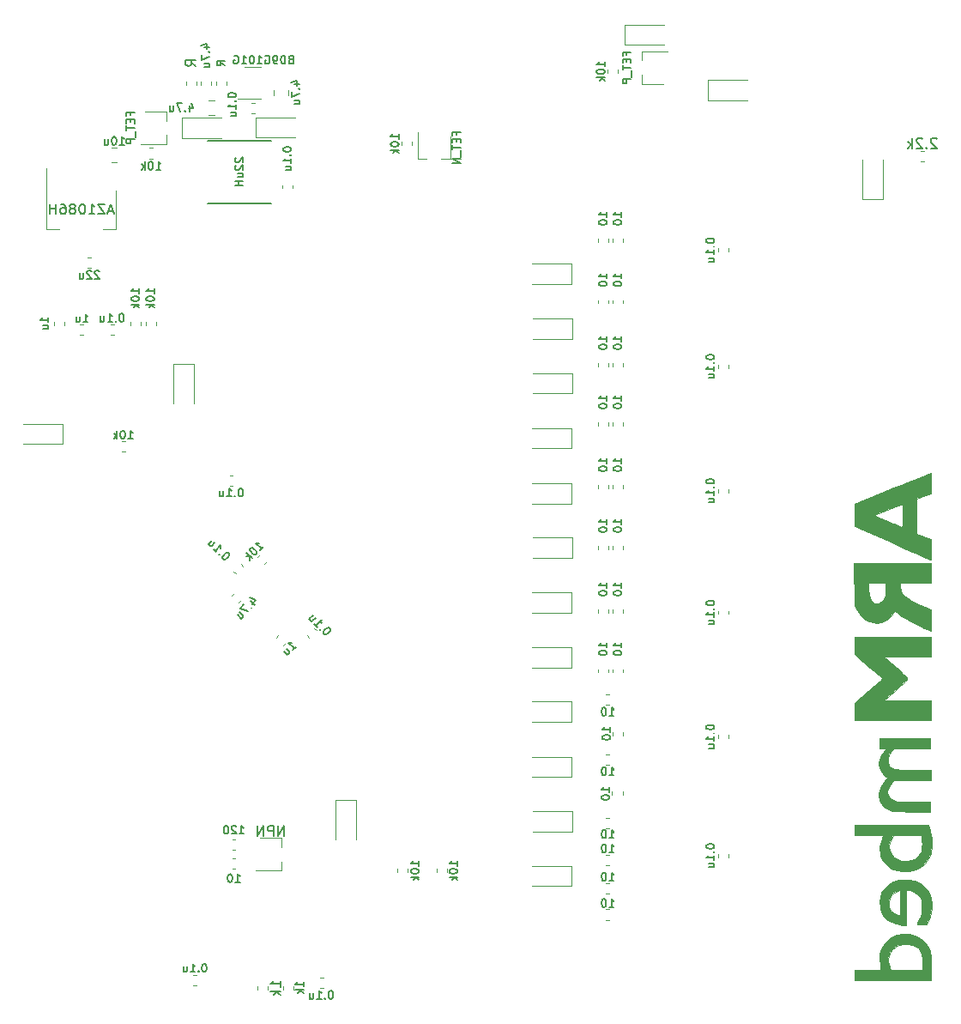
<source format=gbr>
G04 #@! TF.GenerationSoftware,KiCad,Pcbnew,(5.1.4)-1*
G04 #@! TF.CreationDate,2020-01-21T18:11:03+09:00*
G04 #@! TF.ProjectId,Aloe_Set_Meal,416c6f65-5f53-4657-945f-4d65616c2e6b,rev?*
G04 #@! TF.SameCoordinates,Original*
G04 #@! TF.FileFunction,Legend,Bot*
G04 #@! TF.FilePolarity,Positive*
%FSLAX46Y46*%
G04 Gerber Fmt 4.6, Leading zero omitted, Abs format (unit mm)*
G04 Created by KiCad (PCBNEW (5.1.4)-1) date 2020-01-21 18:11:03*
%MOMM*%
%LPD*%
G04 APERTURE LIST*
%ADD10C,0.120000*%
%ADD11C,0.150000*%
%ADD12C,0.010000*%
%ADD13C,0.200000*%
G04 APERTURE END LIST*
D10*
X124612779Y-75740000D02*
X124287221Y-75740000D01*
X124612779Y-76760000D02*
X124287221Y-76760000D01*
X122460000Y-36887221D02*
X122460000Y-37212779D01*
X121440000Y-36887221D02*
X121440000Y-37212779D01*
X126762779Y-38990000D02*
X126437221Y-38990000D01*
X126762779Y-40010000D02*
X126437221Y-40010000D01*
X128640000Y-37691422D02*
X128640000Y-38208578D01*
X130060000Y-37691422D02*
X130060000Y-38208578D01*
X124704478Y-87324273D02*
X124474273Y-87554478D01*
X125425727Y-88045522D02*
X125195522Y-88275727D01*
X131924273Y-91495522D02*
X132154478Y-91725727D01*
X132645522Y-90774273D02*
X132875727Y-91004478D01*
X122758578Y-40160000D02*
X122241422Y-40160000D01*
X122758578Y-38740000D02*
X122241422Y-38740000D01*
X112641422Y-44810000D02*
X113158578Y-44810000D01*
X112641422Y-43390000D02*
X113158578Y-43390000D01*
X133512779Y-125240000D02*
X133187221Y-125240000D01*
X133512779Y-126260000D02*
X133187221Y-126260000D01*
X124904478Y-85425727D02*
X124674273Y-85195522D01*
X125625727Y-84704478D02*
X125395522Y-84474273D01*
X129104478Y-91524273D02*
X128874273Y-91754478D01*
X129825727Y-92245522D02*
X129595522Y-92475727D01*
X110287221Y-55260000D02*
X110612779Y-55260000D01*
X110287221Y-54240000D02*
X110612779Y-54240000D01*
X172490000Y-53337221D02*
X172490000Y-53662779D01*
X173510000Y-53337221D02*
X173510000Y-53662779D01*
X172490000Y-77087221D02*
X172490000Y-77412779D01*
X173510000Y-77087221D02*
X173510000Y-77412779D01*
X172490000Y-101337221D02*
X172490000Y-101662779D01*
X173510000Y-101337221D02*
X173510000Y-101662779D01*
X173510000Y-64837221D02*
X173510000Y-65162779D01*
X172490000Y-64837221D02*
X172490000Y-65162779D01*
X173510000Y-89087221D02*
X173510000Y-89412779D01*
X172490000Y-89087221D02*
X172490000Y-89412779D01*
X173510000Y-113087221D02*
X173510000Y-113412779D01*
X172490000Y-113087221D02*
X172490000Y-113412779D01*
X121012779Y-126010000D02*
X120687221Y-126010000D01*
X121012779Y-124990000D02*
X120687221Y-124990000D01*
X118750000Y-64750000D02*
X118750000Y-68650000D01*
X120750000Y-64750000D02*
X120750000Y-68650000D01*
X118750000Y-64750000D02*
X120750000Y-64750000D01*
X119600000Y-42450000D02*
X119600000Y-40450000D01*
X119600000Y-40450000D02*
X123500000Y-40450000D01*
X119600000Y-42450000D02*
X123500000Y-42450000D01*
X107850000Y-70650000D02*
X107850000Y-72650000D01*
X107850000Y-72650000D02*
X103950000Y-72650000D01*
X107850000Y-70650000D02*
X103950000Y-70650000D01*
X158050000Y-54850000D02*
X158050000Y-56850000D01*
X158050000Y-56850000D02*
X154150000Y-56850000D01*
X158050000Y-54850000D02*
X154150000Y-54850000D01*
X158100000Y-60250000D02*
X158100000Y-62250000D01*
X158100000Y-62250000D02*
X154200000Y-62250000D01*
X158100000Y-60250000D02*
X154200000Y-60250000D01*
X158050000Y-76500000D02*
X154150000Y-76500000D01*
X158050000Y-78500000D02*
X154150000Y-78500000D01*
X158050000Y-76500000D02*
X158050000Y-78500000D01*
X158100000Y-81850000D02*
X158100000Y-83850000D01*
X158100000Y-83850000D02*
X154200000Y-83850000D01*
X158100000Y-81850000D02*
X154200000Y-81850000D01*
X158050000Y-98050000D02*
X154150000Y-98050000D01*
X158050000Y-100050000D02*
X154150000Y-100050000D01*
X158050000Y-98050000D02*
X158050000Y-100050000D01*
X158050000Y-103500000D02*
X154150000Y-103500000D01*
X158050000Y-105500000D02*
X154150000Y-105500000D01*
X158050000Y-103500000D02*
X158050000Y-105500000D01*
X158100000Y-65650000D02*
X154200000Y-65650000D01*
X158100000Y-67650000D02*
X154200000Y-67650000D01*
X158100000Y-65650000D02*
X158100000Y-67650000D01*
X158050000Y-71050000D02*
X158050000Y-73050000D01*
X158050000Y-73050000D02*
X154150000Y-73050000D01*
X158050000Y-71050000D02*
X154150000Y-71050000D01*
X158050000Y-87250000D02*
X158050000Y-89250000D01*
X158050000Y-89250000D02*
X154150000Y-89250000D01*
X158050000Y-87250000D02*
X154150000Y-87250000D01*
X158050000Y-92700000D02*
X154150000Y-92700000D01*
X158050000Y-94700000D02*
X154150000Y-94700000D01*
X158050000Y-92700000D02*
X158050000Y-94700000D01*
X158100000Y-108850000D02*
X154200000Y-108850000D01*
X158100000Y-110850000D02*
X154200000Y-110850000D01*
X158100000Y-108850000D02*
X158100000Y-110850000D01*
X158050000Y-114250000D02*
X154150000Y-114250000D01*
X158050000Y-116250000D02*
X154150000Y-116250000D01*
X158050000Y-114250000D02*
X158050000Y-116250000D01*
X163250000Y-33250000D02*
X163250000Y-31250000D01*
X163250000Y-31250000D02*
X167150000Y-31250000D01*
X163250000Y-33250000D02*
X167150000Y-33250000D01*
X171500000Y-38750000D02*
X175400000Y-38750000D01*
X171500000Y-36750000D02*
X175400000Y-36750000D01*
X171500000Y-38750000D02*
X171500000Y-36750000D01*
X134750000Y-107750000D02*
X136750000Y-107750000D01*
X136750000Y-107750000D02*
X136750000Y-111650000D01*
X134750000Y-107750000D02*
X134750000Y-111650000D01*
D11*
X128400000Y-42700000D02*
X122100000Y-42700000D01*
X128400000Y-48900000D02*
X122100000Y-48900000D01*
D10*
X167075000Y-37110000D02*
X164925000Y-37110000D01*
X167500000Y-33890000D02*
X164925000Y-33890000D01*
X164925000Y-36200000D02*
X164925000Y-37110000D01*
X164925000Y-33890000D02*
X164925000Y-34800000D01*
X146060000Y-42325000D02*
X146060000Y-44475000D01*
X142840000Y-41900000D02*
X142840000Y-44475000D01*
X145150000Y-44475000D02*
X146060000Y-44475000D01*
X142840000Y-44475000D02*
X143750000Y-44475000D01*
X118075000Y-43060000D02*
X118075000Y-42150000D01*
X118075000Y-40750000D02*
X118075000Y-39840000D01*
X115500000Y-43060000D02*
X118075000Y-43060000D01*
X115925000Y-39840000D02*
X118075000Y-39840000D01*
X129425000Y-114710000D02*
X129425000Y-113800000D01*
X129425000Y-112400000D02*
X129425000Y-111490000D01*
X126850000Y-114710000D02*
X129425000Y-114710000D01*
X127275000Y-111490000D02*
X129425000Y-111490000D01*
X119990000Y-36887221D02*
X119990000Y-37212779D01*
X121010000Y-36887221D02*
X121010000Y-37212779D01*
X141860000Y-114537221D02*
X141860000Y-114862779D01*
X140840000Y-114537221D02*
X140840000Y-114862779D01*
X144690000Y-114537221D02*
X144690000Y-114862779D01*
X145710000Y-114537221D02*
X145710000Y-114862779D01*
X123960000Y-36887221D02*
X123960000Y-37212779D01*
X122940000Y-36887221D02*
X122940000Y-37212779D01*
X127745522Y-84475727D02*
X127975727Y-84245522D01*
X127024273Y-83754478D02*
X127254478Y-83524273D01*
X113637221Y-73410000D02*
X113962779Y-73410000D01*
X113637221Y-72390000D02*
X113962779Y-72390000D01*
X128060000Y-126462779D02*
X128060000Y-126137221D01*
X127040000Y-126462779D02*
X127040000Y-126137221D01*
X130560000Y-126462779D02*
X130560000Y-126137221D01*
X129540000Y-126462779D02*
X129540000Y-126137221D01*
X161660000Y-52387221D02*
X161660000Y-52712779D01*
X160640000Y-52387221D02*
X160640000Y-52712779D01*
X163110000Y-52387221D02*
X163110000Y-52712779D01*
X162090000Y-52387221D02*
X162090000Y-52712779D01*
X161660000Y-58437221D02*
X161660000Y-58762779D01*
X160640000Y-58437221D02*
X160640000Y-58762779D01*
X163110000Y-58437221D02*
X163110000Y-58762779D01*
X162090000Y-58437221D02*
X162090000Y-58762779D01*
X161660000Y-76687221D02*
X161660000Y-77012779D01*
X160640000Y-76687221D02*
X160640000Y-77012779D01*
X163110000Y-76687221D02*
X163110000Y-77012779D01*
X162090000Y-76687221D02*
X162090000Y-77012779D01*
X160640000Y-82687221D02*
X160640000Y-83012779D01*
X161660000Y-82687221D02*
X161660000Y-83012779D01*
X162090000Y-82687221D02*
X162090000Y-83012779D01*
X163110000Y-82687221D02*
X163110000Y-83012779D01*
X161762779Y-98360000D02*
X161437221Y-98360000D01*
X161762779Y-97340000D02*
X161437221Y-97340000D01*
X163110000Y-101037221D02*
X163110000Y-101362779D01*
X162090000Y-101037221D02*
X162090000Y-101362779D01*
X161762779Y-104260000D02*
X161437221Y-104260000D01*
X161762779Y-103240000D02*
X161437221Y-103240000D01*
X163060000Y-106937221D02*
X163060000Y-107262779D01*
X162040000Y-106937221D02*
X162040000Y-107262779D01*
X160640000Y-64637221D02*
X160640000Y-64962779D01*
X161660000Y-64637221D02*
X161660000Y-64962779D01*
X162090000Y-64637221D02*
X162090000Y-64962779D01*
X163110000Y-64637221D02*
X163110000Y-64962779D01*
X160640000Y-70487221D02*
X160640000Y-70812779D01*
X161660000Y-70487221D02*
X161660000Y-70812779D01*
X163110000Y-70487221D02*
X163110000Y-70812779D01*
X162090000Y-70487221D02*
X162090000Y-70812779D01*
X160640000Y-88937221D02*
X160640000Y-89262779D01*
X161660000Y-88937221D02*
X161660000Y-89262779D01*
X162090000Y-88937221D02*
X162090000Y-89262779D01*
X163110000Y-88937221D02*
X163110000Y-89262779D01*
X160640000Y-94837221D02*
X160640000Y-95162779D01*
X161660000Y-94837221D02*
X161660000Y-95162779D01*
X163110000Y-94837221D02*
X163110000Y-95162779D01*
X162090000Y-94837221D02*
X162090000Y-95162779D01*
X161762779Y-110510000D02*
X161437221Y-110510000D01*
X161762779Y-109490000D02*
X161437221Y-109490000D01*
X161762779Y-114160000D02*
X161437221Y-114160000D01*
X161762779Y-113140000D02*
X161437221Y-113140000D01*
X161762779Y-117010000D02*
X161437221Y-117010000D01*
X161762779Y-115990000D02*
X161437221Y-115990000D01*
X161762779Y-118540000D02*
X161437221Y-118540000D01*
X161762779Y-119560000D02*
X161437221Y-119560000D01*
X162610000Y-35687221D02*
X162610000Y-36012779D01*
X161590000Y-35687221D02*
X161590000Y-36012779D01*
X192812779Y-44760000D02*
X192487221Y-44760000D01*
X192812779Y-43740000D02*
X192487221Y-43740000D01*
X141240000Y-42837221D02*
X141240000Y-43162779D01*
X142260000Y-42837221D02*
X142260000Y-43162779D01*
X116712779Y-44460000D02*
X116387221Y-44460000D01*
X116712779Y-43440000D02*
X116387221Y-43440000D01*
X124862779Y-114560000D02*
X124537221Y-114560000D01*
X124862779Y-113540000D02*
X124537221Y-113540000D01*
X124537221Y-111640000D02*
X124862779Y-111640000D01*
X124537221Y-112660000D02*
X124862779Y-112660000D01*
X125800000Y-35400000D02*
X127400000Y-35400000D01*
X127400000Y-38600000D02*
X125100000Y-38600000D01*
X113060000Y-51410000D02*
X111800000Y-51410000D01*
X106240000Y-51410000D02*
X107500000Y-51410000D01*
X113060000Y-47650000D02*
X113060000Y-51410000D01*
X106240000Y-45400000D02*
X106240000Y-51410000D01*
X112862779Y-60840000D02*
X112537221Y-60840000D01*
X112862779Y-61860000D02*
X112537221Y-61860000D01*
X107960000Y-60912779D02*
X107960000Y-60587221D01*
X106940000Y-60912779D02*
X106940000Y-60587221D01*
X109537221Y-60840000D02*
X109862779Y-60840000D01*
X109537221Y-61860000D02*
X109862779Y-61860000D01*
X115990000Y-60587221D02*
X115990000Y-60912779D01*
X117010000Y-60587221D02*
X117010000Y-60912779D01*
X115510000Y-60587221D02*
X115510000Y-60912779D01*
X114490000Y-60587221D02*
X114490000Y-60912779D01*
X129490000Y-47087221D02*
X129490000Y-47412779D01*
X130510000Y-47087221D02*
X130510000Y-47412779D01*
X188750000Y-48500000D02*
X186750000Y-48500000D01*
X186750000Y-48500000D02*
X186750000Y-44600000D01*
X188750000Y-48500000D02*
X188750000Y-44600000D01*
X126850000Y-42400000D02*
X126850000Y-40400000D01*
X126850000Y-40400000D02*
X130750000Y-40400000D01*
X126850000Y-42400000D02*
X130750000Y-42400000D01*
D12*
G36*
X187357246Y-111175362D02*
G01*
X187798847Y-111177815D01*
X188185408Y-111184651D01*
X188494608Y-111195088D01*
X188704127Y-111208342D01*
X188791646Y-111223630D01*
X188792898Y-111225740D01*
X188763116Y-111315833D01*
X188687062Y-111490336D01*
X188629313Y-111612262D01*
X188489078Y-112036320D01*
X188433148Y-112523388D01*
X188464712Y-113013585D01*
X188538350Y-113319867D01*
X188742275Y-113722789D01*
X189060847Y-114092806D01*
X189461466Y-114397788D01*
X189804367Y-114567712D01*
X190235129Y-114682732D01*
X190741117Y-114738118D01*
X191262784Y-114732717D01*
X191740582Y-114665378D01*
X191941797Y-114609028D01*
X192469363Y-114352694D01*
X192907897Y-113981282D01*
X193246058Y-113504797D01*
X193290017Y-113419627D01*
X193402713Y-113176641D01*
X193475100Y-112968781D01*
X193517414Y-112747337D01*
X193539890Y-112463599D01*
X193549814Y-112183272D01*
X193555236Y-111850698D01*
X193553285Y-111561566D01*
X193544573Y-111355321D01*
X193535910Y-111285797D01*
X193500021Y-111138290D01*
X193441453Y-110903564D01*
X193384545Y-110678405D01*
X193267561Y-110218260D01*
X189773401Y-110218260D01*
X189773401Y-111248985D01*
X192537900Y-111248985D01*
X192568571Y-111451449D01*
X192598278Y-111749016D01*
X192608963Y-112087570D01*
X192601520Y-112418430D01*
X192576842Y-112692914D01*
X192542997Y-112845497D01*
X192334241Y-113198207D01*
X192015107Y-113475430D01*
X191609019Y-113663143D01*
X191139403Y-113747326D01*
X191030986Y-113750557D01*
X190554415Y-113714767D01*
X190163493Y-113595132D01*
X189848677Y-113404964D01*
X189583106Y-113117523D01*
X189424653Y-112754299D01*
X189377816Y-112345105D01*
X189447095Y-111919755D01*
X189577642Y-111608659D01*
X189773401Y-111248985D01*
X189773401Y-110218260D01*
X185921594Y-110218260D01*
X185921594Y-111175362D01*
X187357246Y-111175362D01*
X187357246Y-111175362D01*
G37*
X187357246Y-111175362D02*
X187798847Y-111177815D01*
X188185408Y-111184651D01*
X188494608Y-111195088D01*
X188704127Y-111208342D01*
X188791646Y-111223630D01*
X188792898Y-111225740D01*
X188763116Y-111315833D01*
X188687062Y-111490336D01*
X188629313Y-111612262D01*
X188489078Y-112036320D01*
X188433148Y-112523388D01*
X188464712Y-113013585D01*
X188538350Y-113319867D01*
X188742275Y-113722789D01*
X189060847Y-114092806D01*
X189461466Y-114397788D01*
X189804367Y-114567712D01*
X190235129Y-114682732D01*
X190741117Y-114738118D01*
X191262784Y-114732717D01*
X191740582Y-114665378D01*
X191941797Y-114609028D01*
X192469363Y-114352694D01*
X192907897Y-113981282D01*
X193246058Y-113504797D01*
X193290017Y-113419627D01*
X193402713Y-113176641D01*
X193475100Y-112968781D01*
X193517414Y-112747337D01*
X193539890Y-112463599D01*
X193549814Y-112183272D01*
X193555236Y-111850698D01*
X193553285Y-111561566D01*
X193544573Y-111355321D01*
X193535910Y-111285797D01*
X193500021Y-111138290D01*
X193441453Y-110903564D01*
X193384545Y-110678405D01*
X193267561Y-110218260D01*
X189773401Y-110218260D01*
X189773401Y-111248985D01*
X192537900Y-111248985D01*
X192568571Y-111451449D01*
X192598278Y-111749016D01*
X192608963Y-112087570D01*
X192601520Y-112418430D01*
X192576842Y-112692914D01*
X192542997Y-112845497D01*
X192334241Y-113198207D01*
X192015107Y-113475430D01*
X191609019Y-113663143D01*
X191139403Y-113747326D01*
X191030986Y-113750557D01*
X190554415Y-113714767D01*
X190163493Y-113595132D01*
X189848677Y-113404964D01*
X189583106Y-113117523D01*
X189424653Y-112754299D01*
X189377816Y-112345105D01*
X189447095Y-111919755D01*
X189577642Y-111608659D01*
X189773401Y-111248985D01*
X189773401Y-110218260D01*
X185921594Y-110218260D01*
X185921594Y-111175362D01*
X187357246Y-111175362D01*
G36*
X188458412Y-118327882D02*
G01*
X188591973Y-118828817D01*
X188844169Y-119247246D01*
X189219057Y-119590565D01*
X189569435Y-119796488D01*
X189994559Y-119968707D01*
X190423646Y-120054402D01*
X190559197Y-120066632D01*
X191075217Y-120103553D01*
X191075217Y-116604212D01*
X191340157Y-116647206D01*
X191790767Y-116791105D01*
X192171458Y-117057710D01*
X192363623Y-117280836D01*
X192466604Y-117436214D01*
X192531377Y-117575294D01*
X192566746Y-117738905D01*
X192581516Y-117967876D01*
X192584492Y-118303035D01*
X192584492Y-118305004D01*
X192582115Y-118604642D01*
X192567965Y-118836319D01*
X192531516Y-119037566D01*
X192462240Y-119245918D01*
X192349612Y-119498907D01*
X192183103Y-119834067D01*
X192121742Y-119954927D01*
X192173880Y-119982868D01*
X192337566Y-120002728D01*
X192573010Y-120010144D01*
X193052350Y-120010144D01*
X193238204Y-119617282D01*
X193374280Y-119253786D01*
X193485014Y-118818031D01*
X193555233Y-118380913D01*
X193571679Y-118059130D01*
X193552682Y-117859653D01*
X193510293Y-117592427D01*
X193478608Y-117432407D01*
X193296863Y-116904593D01*
X192994256Y-116455654D01*
X192567088Y-116081234D01*
X192109301Y-115821126D01*
X191901600Y-115731975D01*
X191709181Y-115675511D01*
X191487966Y-115644630D01*
X191193881Y-115632226D01*
X190927971Y-115630724D01*
X190542624Y-115637006D01*
X190486231Y-115641357D01*
X190486231Y-116613555D01*
X190486231Y-119129472D01*
X190283768Y-119082472D01*
X189883249Y-118920469D01*
X189556935Y-118649300D01*
X189467713Y-118533700D01*
X189369039Y-118361483D01*
X189322868Y-118185020D01*
X189317300Y-117945409D01*
X189323655Y-117820648D01*
X189394617Y-117413324D01*
X189560623Y-117100186D01*
X189836374Y-116864149D01*
X190236574Y-116688128D01*
X190320579Y-116662198D01*
X190486231Y-116613555D01*
X190486231Y-115641357D01*
X190262491Y-115658621D01*
X190045834Y-115701549D01*
X189850918Y-115771772D01*
X189807073Y-115791357D01*
X189284710Y-116093690D01*
X188890960Y-116465320D01*
X188621247Y-116912755D01*
X188470997Y-117442506D01*
X188439425Y-117737042D01*
X188458412Y-118327882D01*
X188458412Y-118327882D01*
G37*
X188458412Y-118327882D02*
X188591973Y-118828817D01*
X188844169Y-119247246D01*
X189219057Y-119590565D01*
X189569435Y-119796488D01*
X189994559Y-119968707D01*
X190423646Y-120054402D01*
X190559197Y-120066632D01*
X191075217Y-120103553D01*
X191075217Y-116604212D01*
X191340157Y-116647206D01*
X191790767Y-116791105D01*
X192171458Y-117057710D01*
X192363623Y-117280836D01*
X192466604Y-117436214D01*
X192531377Y-117575294D01*
X192566746Y-117738905D01*
X192581516Y-117967876D01*
X192584492Y-118303035D01*
X192584492Y-118305004D01*
X192582115Y-118604642D01*
X192567965Y-118836319D01*
X192531516Y-119037566D01*
X192462240Y-119245918D01*
X192349612Y-119498907D01*
X192183103Y-119834067D01*
X192121742Y-119954927D01*
X192173880Y-119982868D01*
X192337566Y-120002728D01*
X192573010Y-120010144D01*
X193052350Y-120010144D01*
X193238204Y-119617282D01*
X193374280Y-119253786D01*
X193485014Y-118818031D01*
X193555233Y-118380913D01*
X193571679Y-118059130D01*
X193552682Y-117859653D01*
X193510293Y-117592427D01*
X193478608Y-117432407D01*
X193296863Y-116904593D01*
X192994256Y-116455654D01*
X192567088Y-116081234D01*
X192109301Y-115821126D01*
X191901600Y-115731975D01*
X191709181Y-115675511D01*
X191487966Y-115644630D01*
X191193881Y-115632226D01*
X190927971Y-115630724D01*
X190542624Y-115637006D01*
X190486231Y-115641357D01*
X190486231Y-116613555D01*
X190486231Y-119129472D01*
X190283768Y-119082472D01*
X189883249Y-118920469D01*
X189556935Y-118649300D01*
X189467713Y-118533700D01*
X189369039Y-118361483D01*
X189322868Y-118185020D01*
X189317300Y-117945409D01*
X189323655Y-117820648D01*
X189394617Y-117413324D01*
X189560623Y-117100186D01*
X189836374Y-116864149D01*
X190236574Y-116688128D01*
X190320579Y-116662198D01*
X190486231Y-116613555D01*
X190486231Y-115641357D01*
X190262491Y-115658621D01*
X190045834Y-115701549D01*
X189850918Y-115771772D01*
X189807073Y-115791357D01*
X189284710Y-116093690D01*
X188890960Y-116465320D01*
X188621247Y-116912755D01*
X188470997Y-117442506D01*
X188439425Y-117737042D01*
X188458412Y-118327882D01*
G36*
X189656144Y-82383365D02*
G01*
X190353914Y-82691107D01*
X191011290Y-82981212D01*
X191615922Y-83248216D01*
X192155461Y-83486659D01*
X192617559Y-83691079D01*
X192989866Y-83856014D01*
X193260033Y-83976002D01*
X193415712Y-84045581D01*
X193449565Y-84061138D01*
X193469440Y-84003008D01*
X193486139Y-83823098D01*
X193498243Y-83546865D01*
X193504333Y-83199763D01*
X193504782Y-83070018D01*
X193504782Y-82049317D01*
X192069130Y-81468405D01*
X192069130Y-78027204D01*
X192768550Y-77758091D01*
X193467971Y-77488978D01*
X193488456Y-76478311D01*
X193508940Y-75467645D01*
X193230774Y-75579743D01*
X193109250Y-75628913D01*
X192865438Y-75727733D01*
X192513480Y-75870465D01*
X192067520Y-76051370D01*
X191541701Y-76264712D01*
X190950167Y-76504750D01*
X190615072Y-76640745D01*
X190615072Y-78578956D01*
X190651298Y-78598297D01*
X190677286Y-78698355D01*
X190694360Y-78895299D01*
X190703847Y-79205296D01*
X190707072Y-79644515D01*
X190707101Y-79701449D01*
X190704833Y-80149731D01*
X190697012Y-80468453D01*
X190682108Y-80675249D01*
X190658594Y-80787750D01*
X190624942Y-80823590D01*
X190610068Y-80821127D01*
X190384980Y-80732187D01*
X190083201Y-80609341D01*
X189729646Y-80463127D01*
X189349227Y-80304081D01*
X188966856Y-80142742D01*
X188607447Y-79989647D01*
X188295911Y-79855334D01*
X188057162Y-79750341D01*
X187916112Y-79685206D01*
X187889299Y-79670279D01*
X187936984Y-79629642D01*
X188103309Y-79547587D01*
X188368411Y-79432672D01*
X188712424Y-79293455D01*
X189115484Y-79138494D01*
X189177705Y-79115205D01*
X189599057Y-78958031D01*
X189975999Y-78817414D01*
X190285669Y-78701884D01*
X190505205Y-78619969D01*
X190611746Y-78580200D01*
X190615072Y-78578956D01*
X190615072Y-76640745D01*
X190307061Y-76765749D01*
X189626526Y-77041969D01*
X189455507Y-77111388D01*
X185958405Y-78530933D01*
X185917941Y-80735173D01*
X189656144Y-82383365D01*
X189656144Y-82383365D01*
G37*
X189656144Y-82383365D02*
X190353914Y-82691107D01*
X191011290Y-82981212D01*
X191615922Y-83248216D01*
X192155461Y-83486659D01*
X192617559Y-83691079D01*
X192989866Y-83856014D01*
X193260033Y-83976002D01*
X193415712Y-84045581D01*
X193449565Y-84061138D01*
X193469440Y-84003008D01*
X193486139Y-83823098D01*
X193498243Y-83546865D01*
X193504333Y-83199763D01*
X193504782Y-83070018D01*
X193504782Y-82049317D01*
X192069130Y-81468405D01*
X192069130Y-78027204D01*
X192768550Y-77758091D01*
X193467971Y-77488978D01*
X193488456Y-76478311D01*
X193508940Y-75467645D01*
X193230774Y-75579743D01*
X193109250Y-75628913D01*
X192865438Y-75727733D01*
X192513480Y-75870465D01*
X192067520Y-76051370D01*
X191541701Y-76264712D01*
X190950167Y-76504750D01*
X190615072Y-76640745D01*
X190615072Y-78578956D01*
X190651298Y-78598297D01*
X190677286Y-78698355D01*
X190694360Y-78895299D01*
X190703847Y-79205296D01*
X190707072Y-79644515D01*
X190707101Y-79701449D01*
X190704833Y-80149731D01*
X190697012Y-80468453D01*
X190682108Y-80675249D01*
X190658594Y-80787750D01*
X190624942Y-80823590D01*
X190610068Y-80821127D01*
X190384980Y-80732187D01*
X190083201Y-80609341D01*
X189729646Y-80463127D01*
X189349227Y-80304081D01*
X188966856Y-80142742D01*
X188607447Y-79989647D01*
X188295911Y-79855334D01*
X188057162Y-79750341D01*
X187916112Y-79685206D01*
X187889299Y-79670279D01*
X187936984Y-79629642D01*
X188103309Y-79547587D01*
X188368411Y-79432672D01*
X188712424Y-79293455D01*
X189115484Y-79138494D01*
X189177705Y-79115205D01*
X189599057Y-78958031D01*
X189975999Y-78817414D01*
X190285669Y-78701884D01*
X190505205Y-78619969D01*
X190611746Y-78580200D01*
X190615072Y-78578956D01*
X190615072Y-76640745D01*
X190307061Y-76765749D01*
X189626526Y-77041969D01*
X189455507Y-77111388D01*
X185958405Y-78530933D01*
X185917941Y-80735173D01*
X189656144Y-82383365D01*
G36*
X185958405Y-88539941D02*
G01*
X186200773Y-89031953D01*
X186514368Y-89528036D01*
X186902927Y-89900083D01*
X187361175Y-90144628D01*
X187883840Y-90258206D01*
X188079645Y-90266376D01*
X188546216Y-90225410D01*
X188933234Y-90089663D01*
X189287560Y-89839869D01*
X189418695Y-89715748D01*
X189615589Y-89509269D01*
X189776353Y-89324879D01*
X189865355Y-89203760D01*
X189916840Y-89132708D01*
X189980198Y-89129854D01*
X190085659Y-89208261D01*
X190254307Y-89371843D01*
X190451200Y-89528633D01*
X190766818Y-89729640D01*
X191182877Y-89965134D01*
X191681093Y-90225385D01*
X192243182Y-90500661D01*
X192850861Y-90781232D01*
X193155072Y-90915669D01*
X193504782Y-91067952D01*
X193504782Y-88967481D01*
X192480456Y-88507497D01*
X191897005Y-88238895D01*
X191437477Y-88008478D01*
X191087656Y-87803457D01*
X190833323Y-87611045D01*
X190660259Y-87418452D01*
X190554247Y-87212891D01*
X190501069Y-86981573D01*
X190486507Y-86714058D01*
X190486231Y-86290724D01*
X193504782Y-86290724D01*
X193504782Y-84376521D01*
X189013768Y-84376521D01*
X189013768Y-86364347D01*
X189013768Y-87052880D01*
X189008975Y-87394783D01*
X188989813Y-87629680D01*
X188949105Y-87797636D01*
X188879676Y-87938714D01*
X188845639Y-87991576D01*
X188619658Y-88211281D01*
X188332148Y-88327682D01*
X188024909Y-88335924D01*
X187739738Y-88231151D01*
X187617835Y-88134212D01*
X187458690Y-87878164D01*
X187359707Y-87489454D01*
X187321352Y-86970023D01*
X187320845Y-86898116D01*
X187320434Y-86364347D01*
X189013768Y-86364347D01*
X189013768Y-84376521D01*
X185913183Y-84376521D01*
X185958405Y-88539941D01*
X185958405Y-88539941D01*
G37*
X185958405Y-88539941D02*
X186200773Y-89031953D01*
X186514368Y-89528036D01*
X186902927Y-89900083D01*
X187361175Y-90144628D01*
X187883840Y-90258206D01*
X188079645Y-90266376D01*
X188546216Y-90225410D01*
X188933234Y-90089663D01*
X189287560Y-89839869D01*
X189418695Y-89715748D01*
X189615589Y-89509269D01*
X189776353Y-89324879D01*
X189865355Y-89203760D01*
X189916840Y-89132708D01*
X189980198Y-89129854D01*
X190085659Y-89208261D01*
X190254307Y-89371843D01*
X190451200Y-89528633D01*
X190766818Y-89729640D01*
X191182877Y-89965134D01*
X191681093Y-90225385D01*
X192243182Y-90500661D01*
X192850861Y-90781232D01*
X193155072Y-90915669D01*
X193504782Y-91067952D01*
X193504782Y-88967481D01*
X192480456Y-88507497D01*
X191897005Y-88238895D01*
X191437477Y-88008478D01*
X191087656Y-87803457D01*
X190833323Y-87611045D01*
X190660259Y-87418452D01*
X190554247Y-87212891D01*
X190501069Y-86981573D01*
X190486507Y-86714058D01*
X190486231Y-86290724D01*
X193504782Y-86290724D01*
X193504782Y-84376521D01*
X189013768Y-84376521D01*
X189013768Y-86364347D01*
X189013768Y-87052880D01*
X189008975Y-87394783D01*
X188989813Y-87629680D01*
X188949105Y-87797636D01*
X188879676Y-87938714D01*
X188845639Y-87991576D01*
X188619658Y-88211281D01*
X188332148Y-88327682D01*
X188024909Y-88335924D01*
X187739738Y-88231151D01*
X187617835Y-88134212D01*
X187458690Y-87878164D01*
X187359707Y-87489454D01*
X187321352Y-86970023D01*
X187320845Y-86898116D01*
X187320434Y-86364347D01*
X189013768Y-86364347D01*
X189013768Y-84376521D01*
X185913183Y-84376521D01*
X185958405Y-88539941D01*
G36*
X187180169Y-94428363D02*
G01*
X187551044Y-94752553D01*
X187892075Y-95049588D01*
X188185178Y-95303803D01*
X188412268Y-95499532D01*
X188555263Y-95621108D01*
X188588195Y-95648114D01*
X188629994Y-95687788D01*
X188644532Y-95733588D01*
X188620355Y-95797599D01*
X188546012Y-95891908D01*
X188410049Y-96028600D01*
X188201013Y-96219762D01*
X187907452Y-96477479D01*
X187517912Y-96813838D01*
X187332396Y-96973332D01*
X185927148Y-98180869D01*
X185921594Y-99837391D01*
X193504782Y-99837391D01*
X193504782Y-97925256D01*
X188844330Y-97886376D01*
X189996585Y-96901899D01*
X190431017Y-96525139D01*
X190755859Y-96230155D01*
X190978644Y-96009483D01*
X191106903Y-95855659D01*
X191148170Y-95761219D01*
X191148170Y-95760740D01*
X191105165Y-95664767D01*
X190972152Y-95506459D01*
X190742268Y-95279006D01*
X190408652Y-94975602D01*
X189988604Y-94610144D01*
X188829710Y-93616231D01*
X193504782Y-93577351D01*
X193504782Y-91665217D01*
X185921594Y-91665217D01*
X185921594Y-93326292D01*
X187180169Y-94428363D01*
X187180169Y-94428363D01*
G37*
X187180169Y-94428363D02*
X187551044Y-94752553D01*
X187892075Y-95049588D01*
X188185178Y-95303803D01*
X188412268Y-95499532D01*
X188555263Y-95621108D01*
X188588195Y-95648114D01*
X188629994Y-95687788D01*
X188644532Y-95733588D01*
X188620355Y-95797599D01*
X188546012Y-95891908D01*
X188410049Y-96028600D01*
X188201013Y-96219762D01*
X187907452Y-96477479D01*
X187517912Y-96813838D01*
X187332396Y-96973332D01*
X185927148Y-98180869D01*
X185921594Y-99837391D01*
X193504782Y-99837391D01*
X193504782Y-97925256D01*
X188844330Y-97886376D01*
X189996585Y-96901899D01*
X190431017Y-96525139D01*
X190755859Y-96230155D01*
X190978644Y-96009483D01*
X191106903Y-95855659D01*
X191148170Y-95761219D01*
X191148170Y-95760740D01*
X191105165Y-95664767D01*
X190972152Y-95506459D01*
X190742268Y-95279006D01*
X190408652Y-94975602D01*
X189988604Y-94610144D01*
X188829710Y-93616231D01*
X193504782Y-93577351D01*
X193504782Y-91665217D01*
X185921594Y-91665217D01*
X185921594Y-93326292D01*
X187180169Y-94428363D01*
G36*
X188376013Y-107709799D02*
G01*
X188545675Y-108099689D01*
X188829556Y-108429931D01*
X189224231Y-108683764D01*
X189500700Y-108788815D01*
X189667110Y-108825283D01*
X189904174Y-108853027D01*
X190228306Y-108872847D01*
X190655920Y-108885542D01*
X191203433Y-108891914D01*
X191639092Y-108893043D01*
X193431159Y-108893043D01*
X193431159Y-107935942D01*
X191829855Y-107935531D01*
X191300505Y-107931605D01*
X190823681Y-107920767D01*
X190422664Y-107904009D01*
X190120735Y-107882321D01*
X189941175Y-107856694D01*
X189934058Y-107854851D01*
X189578580Y-107696330D01*
X189334792Y-107443111D01*
X189225060Y-107196776D01*
X189184264Y-106996966D01*
X189206992Y-106814440D01*
X189288277Y-106603382D01*
X189425079Y-106344404D01*
X189589029Y-106097296D01*
X189634465Y-106040144D01*
X189836712Y-105800869D01*
X193504782Y-105800869D01*
X193504782Y-104770144D01*
X191793043Y-104769734D01*
X191289304Y-104766491D01*
X190820718Y-104757629D01*
X190412164Y-104744080D01*
X190088519Y-104726775D01*
X189874663Y-104706647D01*
X189816254Y-104695698D01*
X189520421Y-104559339D01*
X189337614Y-104336545D01*
X189256141Y-104044290D01*
X189249051Y-103617775D01*
X189361488Y-103251280D01*
X189572767Y-102941545D01*
X189835097Y-102635072D01*
X193431159Y-102635072D01*
X193431159Y-101677971D01*
X188424782Y-101677971D01*
X188424782Y-102635072D01*
X189086418Y-102635072D01*
X188826201Y-102975976D01*
X188560680Y-103374878D01*
X188408202Y-103740172D01*
X188353485Y-104110460D01*
X188352776Y-104171744D01*
X188426111Y-104629304D01*
X188632289Y-105046838D01*
X188896150Y-105342947D01*
X189169763Y-105583183D01*
X188908058Y-105888926D01*
X188586593Y-106349822D01*
X188393047Y-106818106D01*
X188323995Y-107277018D01*
X188376013Y-107709799D01*
X188376013Y-107709799D01*
G37*
X188376013Y-107709799D02*
X188545675Y-108099689D01*
X188829556Y-108429931D01*
X189224231Y-108683764D01*
X189500700Y-108788815D01*
X189667110Y-108825283D01*
X189904174Y-108853027D01*
X190228306Y-108872847D01*
X190655920Y-108885542D01*
X191203433Y-108891914D01*
X191639092Y-108893043D01*
X193431159Y-108893043D01*
X193431159Y-107935942D01*
X191829855Y-107935531D01*
X191300505Y-107931605D01*
X190823681Y-107920767D01*
X190422664Y-107904009D01*
X190120735Y-107882321D01*
X189941175Y-107856694D01*
X189934058Y-107854851D01*
X189578580Y-107696330D01*
X189334792Y-107443111D01*
X189225060Y-107196776D01*
X189184264Y-106996966D01*
X189206992Y-106814440D01*
X189288277Y-106603382D01*
X189425079Y-106344404D01*
X189589029Y-106097296D01*
X189634465Y-106040144D01*
X189836712Y-105800869D01*
X193504782Y-105800869D01*
X193504782Y-104770144D01*
X191793043Y-104769734D01*
X191289304Y-104766491D01*
X190820718Y-104757629D01*
X190412164Y-104744080D01*
X190088519Y-104726775D01*
X189874663Y-104706647D01*
X189816254Y-104695698D01*
X189520421Y-104559339D01*
X189337614Y-104336545D01*
X189256141Y-104044290D01*
X189249051Y-103617775D01*
X189361488Y-103251280D01*
X189572767Y-102941545D01*
X189835097Y-102635072D01*
X193431159Y-102635072D01*
X193431159Y-101677971D01*
X188424782Y-101677971D01*
X188424782Y-102635072D01*
X189086418Y-102635072D01*
X188826201Y-102975976D01*
X188560680Y-103374878D01*
X188408202Y-103740172D01*
X188353485Y-104110460D01*
X188352776Y-104171744D01*
X188426111Y-104629304D01*
X188632289Y-105046838D01*
X188896150Y-105342947D01*
X189169763Y-105583183D01*
X188908058Y-105888926D01*
X188586593Y-106349822D01*
X188393047Y-106818106D01*
X188323995Y-107277018D01*
X188376013Y-107709799D01*
G36*
X193504782Y-125531884D02*
G01*
X193499937Y-124298695D01*
X193488869Y-123662074D01*
X193461376Y-123161588D01*
X193417737Y-122801385D01*
X193391410Y-122680545D01*
X193175344Y-122131293D01*
X192852036Y-121681835D01*
X192425673Y-121335706D01*
X191900439Y-121096441D01*
X191377625Y-120979487D01*
X191214568Y-120973229D01*
X191214568Y-122003964D01*
X191650778Y-122078297D01*
X192021143Y-122222715D01*
X192205817Y-122350489D01*
X192382599Y-122530945D01*
X192502285Y-122724298D01*
X192575102Y-122964022D01*
X192611275Y-123283588D01*
X192621029Y-123709710D01*
X192621304Y-124501159D01*
X189479075Y-124501159D01*
X189397307Y-124225072D01*
X189308025Y-123893543D01*
X189268519Y-123641657D01*
X189274391Y-123412138D01*
X189316328Y-123170392D01*
X189464816Y-122795476D01*
X189722407Y-122459296D01*
X190052413Y-122201770D01*
X190310715Y-122088515D01*
X190754038Y-122005456D01*
X191214568Y-122003964D01*
X191214568Y-120973229D01*
X190737962Y-120954935D01*
X190146117Y-121056254D01*
X189616499Y-121275638D01*
X189163518Y-121605275D01*
X188801582Y-122037357D01*
X188567421Y-122502503D01*
X188485824Y-122751412D01*
X188444152Y-122986197D01*
X188435777Y-123264587D01*
X188447789Y-123544058D01*
X188471026Y-123853636D01*
X188499949Y-124123093D01*
X188529286Y-124305665D01*
X188537062Y-124335507D01*
X188589202Y-124501159D01*
X185921594Y-124501159D01*
X185921594Y-125531884D01*
X193504782Y-125531884D01*
X193504782Y-125531884D01*
G37*
X193504782Y-125531884D02*
X193499937Y-124298695D01*
X193488869Y-123662074D01*
X193461376Y-123161588D01*
X193417737Y-122801385D01*
X193391410Y-122680545D01*
X193175344Y-122131293D01*
X192852036Y-121681835D01*
X192425673Y-121335706D01*
X191900439Y-121096441D01*
X191377625Y-120979487D01*
X191214568Y-120973229D01*
X191214568Y-122003964D01*
X191650778Y-122078297D01*
X192021143Y-122222715D01*
X192205817Y-122350489D01*
X192382599Y-122530945D01*
X192502285Y-122724298D01*
X192575102Y-122964022D01*
X192611275Y-123283588D01*
X192621029Y-123709710D01*
X192621304Y-124501159D01*
X189479075Y-124501159D01*
X189397307Y-124225072D01*
X189308025Y-123893543D01*
X189268519Y-123641657D01*
X189274391Y-123412138D01*
X189316328Y-123170392D01*
X189464816Y-122795476D01*
X189722407Y-122459296D01*
X190052413Y-122201770D01*
X190310715Y-122088515D01*
X190754038Y-122005456D01*
X191214568Y-122003964D01*
X191214568Y-120973229D01*
X190737962Y-120954935D01*
X190146117Y-121056254D01*
X189616499Y-121275638D01*
X189163518Y-121605275D01*
X188801582Y-122037357D01*
X188567421Y-122502503D01*
X188485824Y-122751412D01*
X188444152Y-122986197D01*
X188435777Y-123264587D01*
X188447789Y-123544058D01*
X188471026Y-123853636D01*
X188499949Y-124123093D01*
X188529286Y-124305665D01*
X188537062Y-124335507D01*
X188589202Y-124501159D01*
X185921594Y-124501159D01*
X185921594Y-125531884D01*
X193504782Y-125531884D01*
D11*
X125421428Y-77011904D02*
X125345238Y-77011904D01*
X125269047Y-77050000D01*
X125230952Y-77088095D01*
X125192857Y-77164285D01*
X125154761Y-77316666D01*
X125154761Y-77507142D01*
X125192857Y-77659523D01*
X125230952Y-77735714D01*
X125269047Y-77773809D01*
X125345238Y-77811904D01*
X125421428Y-77811904D01*
X125497619Y-77773809D01*
X125535714Y-77735714D01*
X125573809Y-77659523D01*
X125611904Y-77507142D01*
X125611904Y-77316666D01*
X125573809Y-77164285D01*
X125535714Y-77088095D01*
X125497619Y-77050000D01*
X125421428Y-77011904D01*
X124811904Y-77735714D02*
X124773809Y-77773809D01*
X124811904Y-77811904D01*
X124850000Y-77773809D01*
X124811904Y-77735714D01*
X124811904Y-77811904D01*
X124011904Y-77811904D02*
X124469047Y-77811904D01*
X124240476Y-77811904D02*
X124240476Y-77011904D01*
X124316666Y-77126190D01*
X124392857Y-77202380D01*
X124469047Y-77240476D01*
X123326190Y-77278571D02*
X123326190Y-77811904D01*
X123669047Y-77278571D02*
X123669047Y-77697619D01*
X123630952Y-77773809D01*
X123554761Y-77811904D01*
X123440476Y-77811904D01*
X123364285Y-77773809D01*
X123326190Y-77735714D01*
X121778571Y-33519047D02*
X122311904Y-33519047D01*
X121473809Y-33328571D02*
X122045238Y-33138095D01*
X122045238Y-33633333D01*
X122235714Y-33938095D02*
X122273809Y-33976190D01*
X122311904Y-33938095D01*
X122273809Y-33900000D01*
X122235714Y-33938095D01*
X122311904Y-33938095D01*
X121511904Y-34242857D02*
X121511904Y-34776190D01*
X122311904Y-34433333D01*
X121778571Y-35423809D02*
X122311904Y-35423809D01*
X121778571Y-35080952D02*
X122197619Y-35080952D01*
X122273809Y-35119047D01*
X122311904Y-35195238D01*
X122311904Y-35309523D01*
X122273809Y-35385714D01*
X122235714Y-35423809D01*
X124111904Y-38178571D02*
X124111904Y-38254761D01*
X124150000Y-38330952D01*
X124188095Y-38369047D01*
X124264285Y-38407142D01*
X124416666Y-38445238D01*
X124607142Y-38445238D01*
X124759523Y-38407142D01*
X124835714Y-38369047D01*
X124873809Y-38330952D01*
X124911904Y-38254761D01*
X124911904Y-38178571D01*
X124873809Y-38102380D01*
X124835714Y-38064285D01*
X124759523Y-38026190D01*
X124607142Y-37988095D01*
X124416666Y-37988095D01*
X124264285Y-38026190D01*
X124188095Y-38064285D01*
X124150000Y-38102380D01*
X124111904Y-38178571D01*
X124835714Y-38788095D02*
X124873809Y-38826190D01*
X124911904Y-38788095D01*
X124873809Y-38750000D01*
X124835714Y-38788095D01*
X124911904Y-38788095D01*
X124911904Y-39588095D02*
X124911904Y-39130952D01*
X124911904Y-39359523D02*
X124111904Y-39359523D01*
X124226190Y-39283333D01*
X124302380Y-39207142D01*
X124340476Y-39130952D01*
X124378571Y-40273809D02*
X124911904Y-40273809D01*
X124378571Y-39930952D02*
X124797619Y-39930952D01*
X124873809Y-39969047D01*
X124911904Y-40045238D01*
X124911904Y-40159523D01*
X124873809Y-40235714D01*
X124835714Y-40273809D01*
X130678571Y-37169047D02*
X131211904Y-37169047D01*
X130373809Y-36978571D02*
X130945238Y-36788095D01*
X130945238Y-37283333D01*
X131135714Y-37588095D02*
X131173809Y-37626190D01*
X131211904Y-37588095D01*
X131173809Y-37550000D01*
X131135714Y-37588095D01*
X131211904Y-37588095D01*
X130411904Y-37892857D02*
X130411904Y-38426190D01*
X131211904Y-38083333D01*
X130678571Y-39073809D02*
X131211904Y-39073809D01*
X130678571Y-38730952D02*
X131097619Y-38730952D01*
X131173809Y-38769047D01*
X131211904Y-38845238D01*
X131211904Y-38959523D01*
X131173809Y-39035714D01*
X131135714Y-39073809D01*
X126392161Y-88137727D02*
X126769285Y-88514851D01*
X126311349Y-87787541D02*
X126850097Y-88056915D01*
X126499911Y-88407101D01*
X126419098Y-88757288D02*
X126419098Y-88811163D01*
X126472973Y-88811163D01*
X126472973Y-88757288D01*
X126419098Y-88757288D01*
X126472973Y-88811163D01*
X125691788Y-88460976D02*
X125314665Y-88838100D01*
X126122787Y-89161349D01*
X125045291Y-89484598D02*
X125422414Y-89861721D01*
X125287727Y-89242161D02*
X125584039Y-89538472D01*
X125610976Y-89619285D01*
X125584039Y-89700097D01*
X125503227Y-89780909D01*
X125422414Y-89807846D01*
X125368540Y-89807846D01*
X134196683Y-90827123D02*
X134142809Y-90773248D01*
X134061996Y-90746311D01*
X134008122Y-90746311D01*
X133927309Y-90773248D01*
X133792622Y-90854061D01*
X133657935Y-90988748D01*
X133577123Y-91123435D01*
X133550186Y-91204247D01*
X133550186Y-91258122D01*
X133577123Y-91338934D01*
X133630998Y-91392809D01*
X133711810Y-91419746D01*
X133765685Y-91419746D01*
X133846497Y-91392809D01*
X133981184Y-91311996D01*
X134115871Y-91177309D01*
X134196683Y-91042622D01*
X134223621Y-90961810D01*
X134223621Y-90907935D01*
X134196683Y-90827123D01*
X133253874Y-90907935D02*
X133200000Y-90907935D01*
X133200000Y-90961810D01*
X133253874Y-90961810D01*
X133253874Y-90907935D01*
X133200000Y-90961810D01*
X132634314Y-90396125D02*
X132957563Y-90719374D01*
X132795938Y-90557749D02*
X133361624Y-89992064D01*
X133334687Y-90126751D01*
X133334687Y-90234500D01*
X133361624Y-90315312D01*
X132526564Y-89534128D02*
X132149441Y-89911251D01*
X132769001Y-89776564D02*
X132472690Y-90072876D01*
X132391877Y-90099813D01*
X132311065Y-90072876D01*
X132230253Y-89992064D01*
X132203316Y-89911251D01*
X132203316Y-89857377D01*
X120330952Y-39278571D02*
X120330952Y-39811904D01*
X120521428Y-38973809D02*
X120711904Y-39545238D01*
X120216666Y-39545238D01*
X119911904Y-39735714D02*
X119873809Y-39773809D01*
X119911904Y-39811904D01*
X119950000Y-39773809D01*
X119911904Y-39735714D01*
X119911904Y-39811904D01*
X119607142Y-39011904D02*
X119073809Y-39011904D01*
X119416666Y-39811904D01*
X118426190Y-39278571D02*
X118426190Y-39811904D01*
X118769047Y-39278571D02*
X118769047Y-39697619D01*
X118730952Y-39773809D01*
X118654761Y-39811904D01*
X118540476Y-39811904D01*
X118464285Y-39773809D01*
X118426190Y-39735714D01*
X113414285Y-43111904D02*
X113871428Y-43111904D01*
X113642857Y-43111904D02*
X113642857Y-42311904D01*
X113719047Y-42426190D01*
X113795238Y-42502380D01*
X113871428Y-42540476D01*
X112919047Y-42311904D02*
X112842857Y-42311904D01*
X112766666Y-42350000D01*
X112728571Y-42388095D01*
X112690476Y-42464285D01*
X112652380Y-42616666D01*
X112652380Y-42807142D01*
X112690476Y-42959523D01*
X112728571Y-43035714D01*
X112766666Y-43073809D01*
X112842857Y-43111904D01*
X112919047Y-43111904D01*
X112995238Y-43073809D01*
X113033333Y-43035714D01*
X113071428Y-42959523D01*
X113109523Y-42807142D01*
X113109523Y-42616666D01*
X113071428Y-42464285D01*
X113033333Y-42388095D01*
X112995238Y-42350000D01*
X112919047Y-42311904D01*
X111966666Y-42578571D02*
X111966666Y-43111904D01*
X112309523Y-42578571D02*
X112309523Y-42997619D01*
X112271428Y-43073809D01*
X112195238Y-43111904D01*
X112080952Y-43111904D01*
X112004761Y-43073809D01*
X111966666Y-43035714D01*
X134321428Y-126561904D02*
X134245238Y-126561904D01*
X134169047Y-126600000D01*
X134130952Y-126638095D01*
X134092857Y-126714285D01*
X134054761Y-126866666D01*
X134054761Y-127057142D01*
X134092857Y-127209523D01*
X134130952Y-127285714D01*
X134169047Y-127323809D01*
X134245238Y-127361904D01*
X134321428Y-127361904D01*
X134397619Y-127323809D01*
X134435714Y-127285714D01*
X134473809Y-127209523D01*
X134511904Y-127057142D01*
X134511904Y-126866666D01*
X134473809Y-126714285D01*
X134435714Y-126638095D01*
X134397619Y-126600000D01*
X134321428Y-126561904D01*
X133711904Y-127285714D02*
X133673809Y-127323809D01*
X133711904Y-127361904D01*
X133750000Y-127323809D01*
X133711904Y-127285714D01*
X133711904Y-127361904D01*
X132911904Y-127361904D02*
X133369047Y-127361904D01*
X133140476Y-127361904D02*
X133140476Y-126561904D01*
X133216666Y-126676190D01*
X133292857Y-126752380D01*
X133369047Y-126790476D01*
X132226190Y-126828571D02*
X132226190Y-127361904D01*
X132569047Y-126828571D02*
X132569047Y-127247619D01*
X132530952Y-127323809D01*
X132454761Y-127361904D01*
X132340476Y-127361904D01*
X132264285Y-127323809D01*
X132226190Y-127285714D01*
X124246683Y-83427123D02*
X124192809Y-83373248D01*
X124111996Y-83346311D01*
X124058122Y-83346311D01*
X123977309Y-83373248D01*
X123842622Y-83454061D01*
X123707935Y-83588748D01*
X123627123Y-83723435D01*
X123600186Y-83804247D01*
X123600186Y-83858122D01*
X123627123Y-83938934D01*
X123680998Y-83992809D01*
X123761810Y-84019746D01*
X123815685Y-84019746D01*
X123896497Y-83992809D01*
X124031184Y-83911996D01*
X124165871Y-83777309D01*
X124246683Y-83642622D01*
X124273621Y-83561810D01*
X124273621Y-83507935D01*
X124246683Y-83427123D01*
X123303874Y-83507935D02*
X123250000Y-83507935D01*
X123250000Y-83561810D01*
X123303874Y-83561810D01*
X123303874Y-83507935D01*
X123250000Y-83561810D01*
X122684314Y-82996125D02*
X123007563Y-83319374D01*
X122845938Y-83157749D02*
X123411624Y-82592064D01*
X123384687Y-82726751D01*
X123384687Y-82834500D01*
X123411624Y-82915312D01*
X122576564Y-82134128D02*
X122199441Y-82511251D01*
X122819001Y-82376564D02*
X122522690Y-82672876D01*
X122441877Y-82699813D01*
X122361065Y-82672876D01*
X122280253Y-82592064D01*
X122253316Y-82511251D01*
X122253316Y-82457377D01*
X130500186Y-92961624D02*
X130823435Y-92638375D01*
X130661810Y-92800000D02*
X130096125Y-92234314D01*
X130230812Y-92261251D01*
X130338561Y-92261251D01*
X130419374Y-92234314D01*
X129638189Y-93069374D02*
X130015312Y-93446497D01*
X129880625Y-92826937D02*
X130176937Y-93123248D01*
X130203874Y-93204061D01*
X130176937Y-93284873D01*
X130096125Y-93365685D01*
X130015312Y-93392622D01*
X129961438Y-93392622D01*
X111421428Y-55588095D02*
X111383333Y-55550000D01*
X111307142Y-55511904D01*
X111116666Y-55511904D01*
X111040476Y-55550000D01*
X111002380Y-55588095D01*
X110964285Y-55664285D01*
X110964285Y-55740476D01*
X111002380Y-55854761D01*
X111459523Y-56311904D01*
X110964285Y-56311904D01*
X110659523Y-55588095D02*
X110621428Y-55550000D01*
X110545238Y-55511904D01*
X110354761Y-55511904D01*
X110278571Y-55550000D01*
X110240476Y-55588095D01*
X110202380Y-55664285D01*
X110202380Y-55740476D01*
X110240476Y-55854761D01*
X110697619Y-56311904D01*
X110202380Y-56311904D01*
X109516666Y-55778571D02*
X109516666Y-56311904D01*
X109859523Y-55778571D02*
X109859523Y-56197619D01*
X109821428Y-56273809D01*
X109745238Y-56311904D01*
X109630952Y-56311904D01*
X109554761Y-56273809D01*
X109516666Y-56235714D01*
X171311904Y-52528571D02*
X171311904Y-52604761D01*
X171350000Y-52680952D01*
X171388095Y-52719047D01*
X171464285Y-52757142D01*
X171616666Y-52795238D01*
X171807142Y-52795238D01*
X171959523Y-52757142D01*
X172035714Y-52719047D01*
X172073809Y-52680952D01*
X172111904Y-52604761D01*
X172111904Y-52528571D01*
X172073809Y-52452380D01*
X172035714Y-52414285D01*
X171959523Y-52376190D01*
X171807142Y-52338095D01*
X171616666Y-52338095D01*
X171464285Y-52376190D01*
X171388095Y-52414285D01*
X171350000Y-52452380D01*
X171311904Y-52528571D01*
X172035714Y-53138095D02*
X172073809Y-53176190D01*
X172111904Y-53138095D01*
X172073809Y-53100000D01*
X172035714Y-53138095D01*
X172111904Y-53138095D01*
X172111904Y-53938095D02*
X172111904Y-53480952D01*
X172111904Y-53709523D02*
X171311904Y-53709523D01*
X171426190Y-53633333D01*
X171502380Y-53557142D01*
X171540476Y-53480952D01*
X171578571Y-54623809D02*
X172111904Y-54623809D01*
X171578571Y-54280952D02*
X171997619Y-54280952D01*
X172073809Y-54319047D01*
X172111904Y-54395238D01*
X172111904Y-54509523D01*
X172073809Y-54585714D01*
X172035714Y-54623809D01*
X171311904Y-76278571D02*
X171311904Y-76354761D01*
X171350000Y-76430952D01*
X171388095Y-76469047D01*
X171464285Y-76507142D01*
X171616666Y-76545238D01*
X171807142Y-76545238D01*
X171959523Y-76507142D01*
X172035714Y-76469047D01*
X172073809Y-76430952D01*
X172111904Y-76354761D01*
X172111904Y-76278571D01*
X172073809Y-76202380D01*
X172035714Y-76164285D01*
X171959523Y-76126190D01*
X171807142Y-76088095D01*
X171616666Y-76088095D01*
X171464285Y-76126190D01*
X171388095Y-76164285D01*
X171350000Y-76202380D01*
X171311904Y-76278571D01*
X172035714Y-76888095D02*
X172073809Y-76926190D01*
X172111904Y-76888095D01*
X172073809Y-76850000D01*
X172035714Y-76888095D01*
X172111904Y-76888095D01*
X172111904Y-77688095D02*
X172111904Y-77230952D01*
X172111904Y-77459523D02*
X171311904Y-77459523D01*
X171426190Y-77383333D01*
X171502380Y-77307142D01*
X171540476Y-77230952D01*
X171578571Y-78373809D02*
X172111904Y-78373809D01*
X171578571Y-78030952D02*
X171997619Y-78030952D01*
X172073809Y-78069047D01*
X172111904Y-78145238D01*
X172111904Y-78259523D01*
X172073809Y-78335714D01*
X172035714Y-78373809D01*
X171311904Y-100528571D02*
X171311904Y-100604761D01*
X171350000Y-100680952D01*
X171388095Y-100719047D01*
X171464285Y-100757142D01*
X171616666Y-100795238D01*
X171807142Y-100795238D01*
X171959523Y-100757142D01*
X172035714Y-100719047D01*
X172073809Y-100680952D01*
X172111904Y-100604761D01*
X172111904Y-100528571D01*
X172073809Y-100452380D01*
X172035714Y-100414285D01*
X171959523Y-100376190D01*
X171807142Y-100338095D01*
X171616666Y-100338095D01*
X171464285Y-100376190D01*
X171388095Y-100414285D01*
X171350000Y-100452380D01*
X171311904Y-100528571D01*
X172035714Y-101138095D02*
X172073809Y-101176190D01*
X172111904Y-101138095D01*
X172073809Y-101100000D01*
X172035714Y-101138095D01*
X172111904Y-101138095D01*
X172111904Y-101938095D02*
X172111904Y-101480952D01*
X172111904Y-101709523D02*
X171311904Y-101709523D01*
X171426190Y-101633333D01*
X171502380Y-101557142D01*
X171540476Y-101480952D01*
X171578571Y-102623809D02*
X172111904Y-102623809D01*
X171578571Y-102280952D02*
X171997619Y-102280952D01*
X172073809Y-102319047D01*
X172111904Y-102395238D01*
X172111904Y-102509523D01*
X172073809Y-102585714D01*
X172035714Y-102623809D01*
X171311904Y-64028571D02*
X171311904Y-64104761D01*
X171350000Y-64180952D01*
X171388095Y-64219047D01*
X171464285Y-64257142D01*
X171616666Y-64295238D01*
X171807142Y-64295238D01*
X171959523Y-64257142D01*
X172035714Y-64219047D01*
X172073809Y-64180952D01*
X172111904Y-64104761D01*
X172111904Y-64028571D01*
X172073809Y-63952380D01*
X172035714Y-63914285D01*
X171959523Y-63876190D01*
X171807142Y-63838095D01*
X171616666Y-63838095D01*
X171464285Y-63876190D01*
X171388095Y-63914285D01*
X171350000Y-63952380D01*
X171311904Y-64028571D01*
X172035714Y-64638095D02*
X172073809Y-64676190D01*
X172111904Y-64638095D01*
X172073809Y-64600000D01*
X172035714Y-64638095D01*
X172111904Y-64638095D01*
X172111904Y-65438095D02*
X172111904Y-64980952D01*
X172111904Y-65209523D02*
X171311904Y-65209523D01*
X171426190Y-65133333D01*
X171502380Y-65057142D01*
X171540476Y-64980952D01*
X171578571Y-66123809D02*
X172111904Y-66123809D01*
X171578571Y-65780952D02*
X171997619Y-65780952D01*
X172073809Y-65819047D01*
X172111904Y-65895238D01*
X172111904Y-66009523D01*
X172073809Y-66085714D01*
X172035714Y-66123809D01*
X171311904Y-88278571D02*
X171311904Y-88354761D01*
X171350000Y-88430952D01*
X171388095Y-88469047D01*
X171464285Y-88507142D01*
X171616666Y-88545238D01*
X171807142Y-88545238D01*
X171959523Y-88507142D01*
X172035714Y-88469047D01*
X172073809Y-88430952D01*
X172111904Y-88354761D01*
X172111904Y-88278571D01*
X172073809Y-88202380D01*
X172035714Y-88164285D01*
X171959523Y-88126190D01*
X171807142Y-88088095D01*
X171616666Y-88088095D01*
X171464285Y-88126190D01*
X171388095Y-88164285D01*
X171350000Y-88202380D01*
X171311904Y-88278571D01*
X172035714Y-88888095D02*
X172073809Y-88926190D01*
X172111904Y-88888095D01*
X172073809Y-88850000D01*
X172035714Y-88888095D01*
X172111904Y-88888095D01*
X172111904Y-89688095D02*
X172111904Y-89230952D01*
X172111904Y-89459523D02*
X171311904Y-89459523D01*
X171426190Y-89383333D01*
X171502380Y-89307142D01*
X171540476Y-89230952D01*
X171578571Y-90373809D02*
X172111904Y-90373809D01*
X171578571Y-90030952D02*
X171997619Y-90030952D01*
X172073809Y-90069047D01*
X172111904Y-90145238D01*
X172111904Y-90259523D01*
X172073809Y-90335714D01*
X172035714Y-90373809D01*
X171311904Y-112278571D02*
X171311904Y-112354761D01*
X171350000Y-112430952D01*
X171388095Y-112469047D01*
X171464285Y-112507142D01*
X171616666Y-112545238D01*
X171807142Y-112545238D01*
X171959523Y-112507142D01*
X172035714Y-112469047D01*
X172073809Y-112430952D01*
X172111904Y-112354761D01*
X172111904Y-112278571D01*
X172073809Y-112202380D01*
X172035714Y-112164285D01*
X171959523Y-112126190D01*
X171807142Y-112088095D01*
X171616666Y-112088095D01*
X171464285Y-112126190D01*
X171388095Y-112164285D01*
X171350000Y-112202380D01*
X171311904Y-112278571D01*
X172035714Y-112888095D02*
X172073809Y-112926190D01*
X172111904Y-112888095D01*
X172073809Y-112850000D01*
X172035714Y-112888095D01*
X172111904Y-112888095D01*
X172111904Y-113688095D02*
X172111904Y-113230952D01*
X172111904Y-113459523D02*
X171311904Y-113459523D01*
X171426190Y-113383333D01*
X171502380Y-113307142D01*
X171540476Y-113230952D01*
X171578571Y-114373809D02*
X172111904Y-114373809D01*
X171578571Y-114030952D02*
X171997619Y-114030952D01*
X172073809Y-114069047D01*
X172111904Y-114145238D01*
X172111904Y-114259523D01*
X172073809Y-114335714D01*
X172035714Y-114373809D01*
X121821428Y-123911904D02*
X121745238Y-123911904D01*
X121669047Y-123950000D01*
X121630952Y-123988095D01*
X121592857Y-124064285D01*
X121554761Y-124216666D01*
X121554761Y-124407142D01*
X121592857Y-124559523D01*
X121630952Y-124635714D01*
X121669047Y-124673809D01*
X121745238Y-124711904D01*
X121821428Y-124711904D01*
X121897619Y-124673809D01*
X121935714Y-124635714D01*
X121973809Y-124559523D01*
X122011904Y-124407142D01*
X122011904Y-124216666D01*
X121973809Y-124064285D01*
X121935714Y-123988095D01*
X121897619Y-123950000D01*
X121821428Y-123911904D01*
X121211904Y-124635714D02*
X121173809Y-124673809D01*
X121211904Y-124711904D01*
X121250000Y-124673809D01*
X121211904Y-124635714D01*
X121211904Y-124711904D01*
X120411904Y-124711904D02*
X120869047Y-124711904D01*
X120640476Y-124711904D02*
X120640476Y-123911904D01*
X120716666Y-124026190D01*
X120792857Y-124102380D01*
X120869047Y-124140476D01*
X119726190Y-124178571D02*
X119726190Y-124711904D01*
X120069047Y-124178571D02*
X120069047Y-124597619D01*
X120030952Y-124673809D01*
X119954761Y-124711904D01*
X119840476Y-124711904D01*
X119764285Y-124673809D01*
X119726190Y-124635714D01*
D13*
X124888095Y-44409523D02*
X124850000Y-44447619D01*
X124811904Y-44523809D01*
X124811904Y-44714285D01*
X124850000Y-44790476D01*
X124888095Y-44828571D01*
X124964285Y-44866666D01*
X125040476Y-44866666D01*
X125154761Y-44828571D01*
X125611904Y-44371428D01*
X125611904Y-44866666D01*
X124888095Y-45171428D02*
X124850000Y-45209523D01*
X124811904Y-45285714D01*
X124811904Y-45476190D01*
X124850000Y-45552380D01*
X124888095Y-45590476D01*
X124964285Y-45628571D01*
X125040476Y-45628571D01*
X125154761Y-45590476D01*
X125611904Y-45133333D01*
X125611904Y-45628571D01*
X125078571Y-46314285D02*
X125611904Y-46314285D01*
X125078571Y-45971428D02*
X125497619Y-45971428D01*
X125573809Y-46009523D01*
X125611904Y-46085714D01*
X125611904Y-46200000D01*
X125573809Y-46276190D01*
X125535714Y-46314285D01*
X125611904Y-46695238D02*
X124811904Y-46695238D01*
X125192857Y-46695238D02*
X125192857Y-47152380D01*
X125611904Y-47152380D02*
X124811904Y-47152380D01*
D11*
X163442857Y-34242857D02*
X163442857Y-33976190D01*
X163861904Y-33976190D02*
X163061904Y-33976190D01*
X163061904Y-34357142D01*
X163442857Y-34661904D02*
X163442857Y-34928571D01*
X163861904Y-35042857D02*
X163861904Y-34661904D01*
X163061904Y-34661904D01*
X163061904Y-35042857D01*
X163061904Y-35271428D02*
X163061904Y-35728571D01*
X163861904Y-35500000D02*
X163061904Y-35500000D01*
X163938095Y-35804761D02*
X163938095Y-36414285D01*
X163861904Y-36604761D02*
X163061904Y-36604761D01*
X163061904Y-36909523D01*
X163100000Y-36985714D01*
X163138095Y-37023809D01*
X163214285Y-37061904D01*
X163328571Y-37061904D01*
X163404761Y-37023809D01*
X163442857Y-36985714D01*
X163480952Y-36909523D01*
X163480952Y-36604761D01*
X146642857Y-42123809D02*
X146642857Y-41857142D01*
X147061904Y-41857142D02*
X146261904Y-41857142D01*
X146261904Y-42238095D01*
X146642857Y-42542857D02*
X146642857Y-42809523D01*
X147061904Y-42923809D02*
X147061904Y-42542857D01*
X146261904Y-42542857D01*
X146261904Y-42923809D01*
X146261904Y-43152380D02*
X146261904Y-43609523D01*
X147061904Y-43380952D02*
X146261904Y-43380952D01*
X147138095Y-43685714D02*
X147138095Y-44295238D01*
X147061904Y-44485714D02*
X146261904Y-44485714D01*
X147061904Y-44942857D01*
X146261904Y-44942857D01*
X114492857Y-40192857D02*
X114492857Y-39926190D01*
X114911904Y-39926190D02*
X114111904Y-39926190D01*
X114111904Y-40307142D01*
X114492857Y-40611904D02*
X114492857Y-40878571D01*
X114911904Y-40992857D02*
X114911904Y-40611904D01*
X114111904Y-40611904D01*
X114111904Y-40992857D01*
X114111904Y-41221428D02*
X114111904Y-41678571D01*
X114911904Y-41450000D02*
X114111904Y-41450000D01*
X114988095Y-41754761D02*
X114988095Y-42364285D01*
X114911904Y-42554761D02*
X114111904Y-42554761D01*
X114111904Y-42859523D01*
X114150000Y-42935714D01*
X114188095Y-42973809D01*
X114264285Y-43011904D01*
X114378571Y-43011904D01*
X114454761Y-42973809D01*
X114492857Y-42935714D01*
X114530952Y-42859523D01*
X114530952Y-42554761D01*
X129659523Y-111302380D02*
X129659523Y-110302380D01*
X129088095Y-111302380D01*
X129088095Y-110302380D01*
X128611904Y-111302380D02*
X128611904Y-110302380D01*
X128230952Y-110302380D01*
X128135714Y-110350000D01*
X128088095Y-110397619D01*
X128040476Y-110492857D01*
X128040476Y-110635714D01*
X128088095Y-110730952D01*
X128135714Y-110778571D01*
X128230952Y-110826190D01*
X128611904Y-110826190D01*
X127611904Y-111302380D02*
X127611904Y-110302380D01*
X127040476Y-111302380D01*
X127040476Y-110302380D01*
X120952380Y-35359523D02*
X120476190Y-35026190D01*
X120952380Y-34788095D02*
X119952380Y-34788095D01*
X119952380Y-35169047D01*
X120000000Y-35264285D01*
X120047619Y-35311904D01*
X120142857Y-35359523D01*
X120285714Y-35359523D01*
X120380952Y-35311904D01*
X120428571Y-35264285D01*
X120476190Y-35169047D01*
X120476190Y-34788095D01*
X142961904Y-114223809D02*
X142961904Y-113766666D01*
X142961904Y-113995238D02*
X142161904Y-113995238D01*
X142276190Y-113919047D01*
X142352380Y-113842857D01*
X142390476Y-113766666D01*
X142161904Y-114719047D02*
X142161904Y-114795238D01*
X142200000Y-114871428D01*
X142238095Y-114909523D01*
X142314285Y-114947619D01*
X142466666Y-114985714D01*
X142657142Y-114985714D01*
X142809523Y-114947619D01*
X142885714Y-114909523D01*
X142923809Y-114871428D01*
X142961904Y-114795238D01*
X142961904Y-114719047D01*
X142923809Y-114642857D01*
X142885714Y-114604761D01*
X142809523Y-114566666D01*
X142657142Y-114528571D01*
X142466666Y-114528571D01*
X142314285Y-114566666D01*
X142238095Y-114604761D01*
X142200000Y-114642857D01*
X142161904Y-114719047D01*
X142961904Y-115328571D02*
X142161904Y-115328571D01*
X142657142Y-115404761D02*
X142961904Y-115633333D01*
X142428571Y-115633333D02*
X142733333Y-115328571D01*
X146761904Y-114223809D02*
X146761904Y-113766666D01*
X146761904Y-113995238D02*
X145961904Y-113995238D01*
X146076190Y-113919047D01*
X146152380Y-113842857D01*
X146190476Y-113766666D01*
X145961904Y-114719047D02*
X145961904Y-114795238D01*
X146000000Y-114871428D01*
X146038095Y-114909523D01*
X146114285Y-114947619D01*
X146266666Y-114985714D01*
X146457142Y-114985714D01*
X146609523Y-114947619D01*
X146685714Y-114909523D01*
X146723809Y-114871428D01*
X146761904Y-114795238D01*
X146761904Y-114719047D01*
X146723809Y-114642857D01*
X146685714Y-114604761D01*
X146609523Y-114566666D01*
X146457142Y-114528571D01*
X146266666Y-114528571D01*
X146114285Y-114566666D01*
X146038095Y-114604761D01*
X146000000Y-114642857D01*
X145961904Y-114719047D01*
X146761904Y-115328571D02*
X145961904Y-115328571D01*
X146457142Y-115404761D02*
X146761904Y-115633333D01*
X146228571Y-115633333D02*
X146533333Y-115328571D01*
X123811904Y-35297619D02*
X123430952Y-35030952D01*
X123811904Y-34840476D02*
X123011904Y-34840476D01*
X123011904Y-35145238D01*
X123050000Y-35221428D01*
X123088095Y-35259523D01*
X123164285Y-35297619D01*
X123278571Y-35297619D01*
X123354761Y-35259523D01*
X123392857Y-35221428D01*
X123430952Y-35145238D01*
X123430952Y-34840476D01*
X127292622Y-83119187D02*
X127615871Y-82795938D01*
X127454247Y-82957563D02*
X126888561Y-82391877D01*
X127023248Y-82418815D01*
X127130998Y-82418815D01*
X127211810Y-82391877D01*
X126376751Y-82903688D02*
X126322876Y-82957563D01*
X126295938Y-83038375D01*
X126295938Y-83092250D01*
X126322876Y-83173062D01*
X126403688Y-83307749D01*
X126538375Y-83442436D01*
X126673062Y-83523248D01*
X126753874Y-83550186D01*
X126807749Y-83550186D01*
X126888561Y-83523248D01*
X126942436Y-83469374D01*
X126969374Y-83388561D01*
X126969374Y-83334687D01*
X126942436Y-83253874D01*
X126861624Y-83119187D01*
X126726937Y-82984500D01*
X126592250Y-82903688D01*
X126511438Y-82876751D01*
X126457563Y-82876751D01*
X126376751Y-82903688D01*
X126511438Y-83900372D02*
X125945752Y-83334687D01*
X126242064Y-83738748D02*
X126295938Y-84115871D01*
X125918815Y-83738748D02*
X126349813Y-83738748D01*
X114276190Y-72111904D02*
X114733333Y-72111904D01*
X114504761Y-72111904D02*
X114504761Y-71311904D01*
X114580952Y-71426190D01*
X114657142Y-71502380D01*
X114733333Y-71540476D01*
X113780952Y-71311904D02*
X113704761Y-71311904D01*
X113628571Y-71350000D01*
X113590476Y-71388095D01*
X113552380Y-71464285D01*
X113514285Y-71616666D01*
X113514285Y-71807142D01*
X113552380Y-71959523D01*
X113590476Y-72035714D01*
X113628571Y-72073809D01*
X113704761Y-72111904D01*
X113780952Y-72111904D01*
X113857142Y-72073809D01*
X113895238Y-72035714D01*
X113933333Y-71959523D01*
X113971428Y-71807142D01*
X113971428Y-71616666D01*
X113933333Y-71464285D01*
X113895238Y-71388095D01*
X113857142Y-71350000D01*
X113780952Y-71311904D01*
X113171428Y-72111904D02*
X113171428Y-71311904D01*
X113095238Y-71807142D02*
X112866666Y-72111904D01*
X112866666Y-71578571D02*
X113171428Y-71883333D01*
X129302380Y-126180952D02*
X129302380Y-125609523D01*
X129302380Y-125895238D02*
X128302380Y-125895238D01*
X128445238Y-125800000D01*
X128540476Y-125704761D01*
X128588095Y-125609523D01*
X129302380Y-126609523D02*
X128302380Y-126609523D01*
X128921428Y-126704761D02*
X129302380Y-126990476D01*
X128635714Y-126990476D02*
X129016666Y-126609523D01*
X131561904Y-126154761D02*
X131561904Y-125697619D01*
X131561904Y-125926190D02*
X130761904Y-125926190D01*
X130876190Y-125850000D01*
X130952380Y-125773809D01*
X130990476Y-125697619D01*
X131561904Y-126497619D02*
X130761904Y-126497619D01*
X131257142Y-126573809D02*
X131561904Y-126802380D01*
X131028571Y-126802380D02*
X131333333Y-126497619D01*
X161511904Y-50247619D02*
X161511904Y-49790476D01*
X161511904Y-50019047D02*
X160711904Y-50019047D01*
X160826190Y-49942857D01*
X160902380Y-49866666D01*
X160940476Y-49790476D01*
X160711904Y-50742857D02*
X160711904Y-50819047D01*
X160750000Y-50895238D01*
X160788095Y-50933333D01*
X160864285Y-50971428D01*
X161016666Y-51009523D01*
X161207142Y-51009523D01*
X161359523Y-50971428D01*
X161435714Y-50933333D01*
X161473809Y-50895238D01*
X161511904Y-50819047D01*
X161511904Y-50742857D01*
X161473809Y-50666666D01*
X161435714Y-50628571D01*
X161359523Y-50590476D01*
X161207142Y-50552380D01*
X161016666Y-50552380D01*
X160864285Y-50590476D01*
X160788095Y-50628571D01*
X160750000Y-50666666D01*
X160711904Y-50742857D01*
X162961904Y-50247619D02*
X162961904Y-49790476D01*
X162961904Y-50019047D02*
X162161904Y-50019047D01*
X162276190Y-49942857D01*
X162352380Y-49866666D01*
X162390476Y-49790476D01*
X162161904Y-50742857D02*
X162161904Y-50819047D01*
X162200000Y-50895238D01*
X162238095Y-50933333D01*
X162314285Y-50971428D01*
X162466666Y-51009523D01*
X162657142Y-51009523D01*
X162809523Y-50971428D01*
X162885714Y-50933333D01*
X162923809Y-50895238D01*
X162961904Y-50819047D01*
X162961904Y-50742857D01*
X162923809Y-50666666D01*
X162885714Y-50628571D01*
X162809523Y-50590476D01*
X162657142Y-50552380D01*
X162466666Y-50552380D01*
X162314285Y-50590476D01*
X162238095Y-50628571D01*
X162200000Y-50666666D01*
X162161904Y-50742857D01*
X161511904Y-56297619D02*
X161511904Y-55840476D01*
X161511904Y-56069047D02*
X160711904Y-56069047D01*
X160826190Y-55992857D01*
X160902380Y-55916666D01*
X160940476Y-55840476D01*
X160711904Y-56792857D02*
X160711904Y-56869047D01*
X160750000Y-56945238D01*
X160788095Y-56983333D01*
X160864285Y-57021428D01*
X161016666Y-57059523D01*
X161207142Y-57059523D01*
X161359523Y-57021428D01*
X161435714Y-56983333D01*
X161473809Y-56945238D01*
X161511904Y-56869047D01*
X161511904Y-56792857D01*
X161473809Y-56716666D01*
X161435714Y-56678571D01*
X161359523Y-56640476D01*
X161207142Y-56602380D01*
X161016666Y-56602380D01*
X160864285Y-56640476D01*
X160788095Y-56678571D01*
X160750000Y-56716666D01*
X160711904Y-56792857D01*
X162961904Y-56297619D02*
X162961904Y-55840476D01*
X162961904Y-56069047D02*
X162161904Y-56069047D01*
X162276190Y-55992857D01*
X162352380Y-55916666D01*
X162390476Y-55840476D01*
X162161904Y-56792857D02*
X162161904Y-56869047D01*
X162200000Y-56945238D01*
X162238095Y-56983333D01*
X162314285Y-57021428D01*
X162466666Y-57059523D01*
X162657142Y-57059523D01*
X162809523Y-57021428D01*
X162885714Y-56983333D01*
X162923809Y-56945238D01*
X162961904Y-56869047D01*
X162961904Y-56792857D01*
X162923809Y-56716666D01*
X162885714Y-56678571D01*
X162809523Y-56640476D01*
X162657142Y-56602380D01*
X162466666Y-56602380D01*
X162314285Y-56640476D01*
X162238095Y-56678571D01*
X162200000Y-56716666D01*
X162161904Y-56792857D01*
X161511904Y-74547619D02*
X161511904Y-74090476D01*
X161511904Y-74319047D02*
X160711904Y-74319047D01*
X160826190Y-74242857D01*
X160902380Y-74166666D01*
X160940476Y-74090476D01*
X160711904Y-75042857D02*
X160711904Y-75119047D01*
X160750000Y-75195238D01*
X160788095Y-75233333D01*
X160864285Y-75271428D01*
X161016666Y-75309523D01*
X161207142Y-75309523D01*
X161359523Y-75271428D01*
X161435714Y-75233333D01*
X161473809Y-75195238D01*
X161511904Y-75119047D01*
X161511904Y-75042857D01*
X161473809Y-74966666D01*
X161435714Y-74928571D01*
X161359523Y-74890476D01*
X161207142Y-74852380D01*
X161016666Y-74852380D01*
X160864285Y-74890476D01*
X160788095Y-74928571D01*
X160750000Y-74966666D01*
X160711904Y-75042857D01*
X162961904Y-74547619D02*
X162961904Y-74090476D01*
X162961904Y-74319047D02*
X162161904Y-74319047D01*
X162276190Y-74242857D01*
X162352380Y-74166666D01*
X162390476Y-74090476D01*
X162161904Y-75042857D02*
X162161904Y-75119047D01*
X162200000Y-75195238D01*
X162238095Y-75233333D01*
X162314285Y-75271428D01*
X162466666Y-75309523D01*
X162657142Y-75309523D01*
X162809523Y-75271428D01*
X162885714Y-75233333D01*
X162923809Y-75195238D01*
X162961904Y-75119047D01*
X162961904Y-75042857D01*
X162923809Y-74966666D01*
X162885714Y-74928571D01*
X162809523Y-74890476D01*
X162657142Y-74852380D01*
X162466666Y-74852380D01*
X162314285Y-74890476D01*
X162238095Y-74928571D01*
X162200000Y-74966666D01*
X162161904Y-75042857D01*
X161511904Y-80547619D02*
X161511904Y-80090476D01*
X161511904Y-80319047D02*
X160711904Y-80319047D01*
X160826190Y-80242857D01*
X160902380Y-80166666D01*
X160940476Y-80090476D01*
X160711904Y-81042857D02*
X160711904Y-81119047D01*
X160750000Y-81195238D01*
X160788095Y-81233333D01*
X160864285Y-81271428D01*
X161016666Y-81309523D01*
X161207142Y-81309523D01*
X161359523Y-81271428D01*
X161435714Y-81233333D01*
X161473809Y-81195238D01*
X161511904Y-81119047D01*
X161511904Y-81042857D01*
X161473809Y-80966666D01*
X161435714Y-80928571D01*
X161359523Y-80890476D01*
X161207142Y-80852380D01*
X161016666Y-80852380D01*
X160864285Y-80890476D01*
X160788095Y-80928571D01*
X160750000Y-80966666D01*
X160711904Y-81042857D01*
X162961904Y-80547619D02*
X162961904Y-80090476D01*
X162961904Y-80319047D02*
X162161904Y-80319047D01*
X162276190Y-80242857D01*
X162352380Y-80166666D01*
X162390476Y-80090476D01*
X162161904Y-81042857D02*
X162161904Y-81119047D01*
X162200000Y-81195238D01*
X162238095Y-81233333D01*
X162314285Y-81271428D01*
X162466666Y-81309523D01*
X162657142Y-81309523D01*
X162809523Y-81271428D01*
X162885714Y-81233333D01*
X162923809Y-81195238D01*
X162961904Y-81119047D01*
X162961904Y-81042857D01*
X162923809Y-80966666D01*
X162885714Y-80928571D01*
X162809523Y-80890476D01*
X162657142Y-80852380D01*
X162466666Y-80852380D01*
X162314285Y-80890476D01*
X162238095Y-80928571D01*
X162200000Y-80966666D01*
X162161904Y-81042857D01*
X161752380Y-99411904D02*
X162209523Y-99411904D01*
X161980952Y-99411904D02*
X161980952Y-98611904D01*
X162057142Y-98726190D01*
X162133333Y-98802380D01*
X162209523Y-98840476D01*
X161257142Y-98611904D02*
X161180952Y-98611904D01*
X161104761Y-98650000D01*
X161066666Y-98688095D01*
X161028571Y-98764285D01*
X160990476Y-98916666D01*
X160990476Y-99107142D01*
X161028571Y-99259523D01*
X161066666Y-99335714D01*
X161104761Y-99373809D01*
X161180952Y-99411904D01*
X161257142Y-99411904D01*
X161333333Y-99373809D01*
X161371428Y-99335714D01*
X161409523Y-99259523D01*
X161447619Y-99107142D01*
X161447619Y-98916666D01*
X161409523Y-98764285D01*
X161371428Y-98688095D01*
X161333333Y-98650000D01*
X161257142Y-98611904D01*
X161861904Y-101047619D02*
X161861904Y-100590476D01*
X161861904Y-100819047D02*
X161061904Y-100819047D01*
X161176190Y-100742857D01*
X161252380Y-100666666D01*
X161290476Y-100590476D01*
X161061904Y-101542857D02*
X161061904Y-101619047D01*
X161100000Y-101695238D01*
X161138095Y-101733333D01*
X161214285Y-101771428D01*
X161366666Y-101809523D01*
X161557142Y-101809523D01*
X161709523Y-101771428D01*
X161785714Y-101733333D01*
X161823809Y-101695238D01*
X161861904Y-101619047D01*
X161861904Y-101542857D01*
X161823809Y-101466666D01*
X161785714Y-101428571D01*
X161709523Y-101390476D01*
X161557142Y-101352380D01*
X161366666Y-101352380D01*
X161214285Y-101390476D01*
X161138095Y-101428571D01*
X161100000Y-101466666D01*
X161061904Y-101542857D01*
X161752380Y-105311904D02*
X162209523Y-105311904D01*
X161980952Y-105311904D02*
X161980952Y-104511904D01*
X162057142Y-104626190D01*
X162133333Y-104702380D01*
X162209523Y-104740476D01*
X161257142Y-104511904D02*
X161180952Y-104511904D01*
X161104761Y-104550000D01*
X161066666Y-104588095D01*
X161028571Y-104664285D01*
X160990476Y-104816666D01*
X160990476Y-105007142D01*
X161028571Y-105159523D01*
X161066666Y-105235714D01*
X161104761Y-105273809D01*
X161180952Y-105311904D01*
X161257142Y-105311904D01*
X161333333Y-105273809D01*
X161371428Y-105235714D01*
X161409523Y-105159523D01*
X161447619Y-105007142D01*
X161447619Y-104816666D01*
X161409523Y-104664285D01*
X161371428Y-104588095D01*
X161333333Y-104550000D01*
X161257142Y-104511904D01*
X161761904Y-106947619D02*
X161761904Y-106490476D01*
X161761904Y-106719047D02*
X160961904Y-106719047D01*
X161076190Y-106642857D01*
X161152380Y-106566666D01*
X161190476Y-106490476D01*
X160961904Y-107442857D02*
X160961904Y-107519047D01*
X161000000Y-107595238D01*
X161038095Y-107633333D01*
X161114285Y-107671428D01*
X161266666Y-107709523D01*
X161457142Y-107709523D01*
X161609523Y-107671428D01*
X161685714Y-107633333D01*
X161723809Y-107595238D01*
X161761904Y-107519047D01*
X161761904Y-107442857D01*
X161723809Y-107366666D01*
X161685714Y-107328571D01*
X161609523Y-107290476D01*
X161457142Y-107252380D01*
X161266666Y-107252380D01*
X161114285Y-107290476D01*
X161038095Y-107328571D01*
X161000000Y-107366666D01*
X160961904Y-107442857D01*
X161511904Y-62497619D02*
X161511904Y-62040476D01*
X161511904Y-62269047D02*
X160711904Y-62269047D01*
X160826190Y-62192857D01*
X160902380Y-62116666D01*
X160940476Y-62040476D01*
X160711904Y-62992857D02*
X160711904Y-63069047D01*
X160750000Y-63145238D01*
X160788095Y-63183333D01*
X160864285Y-63221428D01*
X161016666Y-63259523D01*
X161207142Y-63259523D01*
X161359523Y-63221428D01*
X161435714Y-63183333D01*
X161473809Y-63145238D01*
X161511904Y-63069047D01*
X161511904Y-62992857D01*
X161473809Y-62916666D01*
X161435714Y-62878571D01*
X161359523Y-62840476D01*
X161207142Y-62802380D01*
X161016666Y-62802380D01*
X160864285Y-62840476D01*
X160788095Y-62878571D01*
X160750000Y-62916666D01*
X160711904Y-62992857D01*
X162961904Y-62497619D02*
X162961904Y-62040476D01*
X162961904Y-62269047D02*
X162161904Y-62269047D01*
X162276190Y-62192857D01*
X162352380Y-62116666D01*
X162390476Y-62040476D01*
X162161904Y-62992857D02*
X162161904Y-63069047D01*
X162200000Y-63145238D01*
X162238095Y-63183333D01*
X162314285Y-63221428D01*
X162466666Y-63259523D01*
X162657142Y-63259523D01*
X162809523Y-63221428D01*
X162885714Y-63183333D01*
X162923809Y-63145238D01*
X162961904Y-63069047D01*
X162961904Y-62992857D01*
X162923809Y-62916666D01*
X162885714Y-62878571D01*
X162809523Y-62840476D01*
X162657142Y-62802380D01*
X162466666Y-62802380D01*
X162314285Y-62840476D01*
X162238095Y-62878571D01*
X162200000Y-62916666D01*
X162161904Y-62992857D01*
X161511904Y-68347619D02*
X161511904Y-67890476D01*
X161511904Y-68119047D02*
X160711904Y-68119047D01*
X160826190Y-68042857D01*
X160902380Y-67966666D01*
X160940476Y-67890476D01*
X160711904Y-68842857D02*
X160711904Y-68919047D01*
X160750000Y-68995238D01*
X160788095Y-69033333D01*
X160864285Y-69071428D01*
X161016666Y-69109523D01*
X161207142Y-69109523D01*
X161359523Y-69071428D01*
X161435714Y-69033333D01*
X161473809Y-68995238D01*
X161511904Y-68919047D01*
X161511904Y-68842857D01*
X161473809Y-68766666D01*
X161435714Y-68728571D01*
X161359523Y-68690476D01*
X161207142Y-68652380D01*
X161016666Y-68652380D01*
X160864285Y-68690476D01*
X160788095Y-68728571D01*
X160750000Y-68766666D01*
X160711904Y-68842857D01*
X162961904Y-68347619D02*
X162961904Y-67890476D01*
X162961904Y-68119047D02*
X162161904Y-68119047D01*
X162276190Y-68042857D01*
X162352380Y-67966666D01*
X162390476Y-67890476D01*
X162161904Y-68842857D02*
X162161904Y-68919047D01*
X162200000Y-68995238D01*
X162238095Y-69033333D01*
X162314285Y-69071428D01*
X162466666Y-69109523D01*
X162657142Y-69109523D01*
X162809523Y-69071428D01*
X162885714Y-69033333D01*
X162923809Y-68995238D01*
X162961904Y-68919047D01*
X162961904Y-68842857D01*
X162923809Y-68766666D01*
X162885714Y-68728571D01*
X162809523Y-68690476D01*
X162657142Y-68652380D01*
X162466666Y-68652380D01*
X162314285Y-68690476D01*
X162238095Y-68728571D01*
X162200000Y-68766666D01*
X162161904Y-68842857D01*
X161511904Y-86797619D02*
X161511904Y-86340476D01*
X161511904Y-86569047D02*
X160711904Y-86569047D01*
X160826190Y-86492857D01*
X160902380Y-86416666D01*
X160940476Y-86340476D01*
X160711904Y-87292857D02*
X160711904Y-87369047D01*
X160750000Y-87445238D01*
X160788095Y-87483333D01*
X160864285Y-87521428D01*
X161016666Y-87559523D01*
X161207142Y-87559523D01*
X161359523Y-87521428D01*
X161435714Y-87483333D01*
X161473809Y-87445238D01*
X161511904Y-87369047D01*
X161511904Y-87292857D01*
X161473809Y-87216666D01*
X161435714Y-87178571D01*
X161359523Y-87140476D01*
X161207142Y-87102380D01*
X161016666Y-87102380D01*
X160864285Y-87140476D01*
X160788095Y-87178571D01*
X160750000Y-87216666D01*
X160711904Y-87292857D01*
X162961904Y-86797619D02*
X162961904Y-86340476D01*
X162961904Y-86569047D02*
X162161904Y-86569047D01*
X162276190Y-86492857D01*
X162352380Y-86416666D01*
X162390476Y-86340476D01*
X162161904Y-87292857D02*
X162161904Y-87369047D01*
X162200000Y-87445238D01*
X162238095Y-87483333D01*
X162314285Y-87521428D01*
X162466666Y-87559523D01*
X162657142Y-87559523D01*
X162809523Y-87521428D01*
X162885714Y-87483333D01*
X162923809Y-87445238D01*
X162961904Y-87369047D01*
X162961904Y-87292857D01*
X162923809Y-87216666D01*
X162885714Y-87178571D01*
X162809523Y-87140476D01*
X162657142Y-87102380D01*
X162466666Y-87102380D01*
X162314285Y-87140476D01*
X162238095Y-87178571D01*
X162200000Y-87216666D01*
X162161904Y-87292857D01*
X161511904Y-92697619D02*
X161511904Y-92240476D01*
X161511904Y-92469047D02*
X160711904Y-92469047D01*
X160826190Y-92392857D01*
X160902380Y-92316666D01*
X160940476Y-92240476D01*
X160711904Y-93192857D02*
X160711904Y-93269047D01*
X160750000Y-93345238D01*
X160788095Y-93383333D01*
X160864285Y-93421428D01*
X161016666Y-93459523D01*
X161207142Y-93459523D01*
X161359523Y-93421428D01*
X161435714Y-93383333D01*
X161473809Y-93345238D01*
X161511904Y-93269047D01*
X161511904Y-93192857D01*
X161473809Y-93116666D01*
X161435714Y-93078571D01*
X161359523Y-93040476D01*
X161207142Y-93002380D01*
X161016666Y-93002380D01*
X160864285Y-93040476D01*
X160788095Y-93078571D01*
X160750000Y-93116666D01*
X160711904Y-93192857D01*
X162961904Y-92697619D02*
X162961904Y-92240476D01*
X162961904Y-92469047D02*
X162161904Y-92469047D01*
X162276190Y-92392857D01*
X162352380Y-92316666D01*
X162390476Y-92240476D01*
X162161904Y-93192857D02*
X162161904Y-93269047D01*
X162200000Y-93345238D01*
X162238095Y-93383333D01*
X162314285Y-93421428D01*
X162466666Y-93459523D01*
X162657142Y-93459523D01*
X162809523Y-93421428D01*
X162885714Y-93383333D01*
X162923809Y-93345238D01*
X162961904Y-93269047D01*
X162961904Y-93192857D01*
X162923809Y-93116666D01*
X162885714Y-93078571D01*
X162809523Y-93040476D01*
X162657142Y-93002380D01*
X162466666Y-93002380D01*
X162314285Y-93040476D01*
X162238095Y-93078571D01*
X162200000Y-93116666D01*
X162161904Y-93192857D01*
X161752380Y-111511904D02*
X162209523Y-111511904D01*
X161980952Y-111511904D02*
X161980952Y-110711904D01*
X162057142Y-110826190D01*
X162133333Y-110902380D01*
X162209523Y-110940476D01*
X161257142Y-110711904D02*
X161180952Y-110711904D01*
X161104761Y-110750000D01*
X161066666Y-110788095D01*
X161028571Y-110864285D01*
X160990476Y-111016666D01*
X160990476Y-111207142D01*
X161028571Y-111359523D01*
X161066666Y-111435714D01*
X161104761Y-111473809D01*
X161180952Y-111511904D01*
X161257142Y-111511904D01*
X161333333Y-111473809D01*
X161371428Y-111435714D01*
X161409523Y-111359523D01*
X161447619Y-111207142D01*
X161447619Y-111016666D01*
X161409523Y-110864285D01*
X161371428Y-110788095D01*
X161333333Y-110750000D01*
X161257142Y-110711904D01*
X161752380Y-112911904D02*
X162209523Y-112911904D01*
X161980952Y-112911904D02*
X161980952Y-112111904D01*
X162057142Y-112226190D01*
X162133333Y-112302380D01*
X162209523Y-112340476D01*
X161257142Y-112111904D02*
X161180952Y-112111904D01*
X161104761Y-112150000D01*
X161066666Y-112188095D01*
X161028571Y-112264285D01*
X160990476Y-112416666D01*
X160990476Y-112607142D01*
X161028571Y-112759523D01*
X161066666Y-112835714D01*
X161104761Y-112873809D01*
X161180952Y-112911904D01*
X161257142Y-112911904D01*
X161333333Y-112873809D01*
X161371428Y-112835714D01*
X161409523Y-112759523D01*
X161447619Y-112607142D01*
X161447619Y-112416666D01*
X161409523Y-112264285D01*
X161371428Y-112188095D01*
X161333333Y-112150000D01*
X161257142Y-112111904D01*
X161752380Y-115711904D02*
X162209523Y-115711904D01*
X161980952Y-115711904D02*
X161980952Y-114911904D01*
X162057142Y-115026190D01*
X162133333Y-115102380D01*
X162209523Y-115140476D01*
X161257142Y-114911904D02*
X161180952Y-114911904D01*
X161104761Y-114950000D01*
X161066666Y-114988095D01*
X161028571Y-115064285D01*
X160990476Y-115216666D01*
X160990476Y-115407142D01*
X161028571Y-115559523D01*
X161066666Y-115635714D01*
X161104761Y-115673809D01*
X161180952Y-115711904D01*
X161257142Y-115711904D01*
X161333333Y-115673809D01*
X161371428Y-115635714D01*
X161409523Y-115559523D01*
X161447619Y-115407142D01*
X161447619Y-115216666D01*
X161409523Y-115064285D01*
X161371428Y-114988095D01*
X161333333Y-114950000D01*
X161257142Y-114911904D01*
X161752380Y-118311904D02*
X162209523Y-118311904D01*
X161980952Y-118311904D02*
X161980952Y-117511904D01*
X162057142Y-117626190D01*
X162133333Y-117702380D01*
X162209523Y-117740476D01*
X161257142Y-117511904D02*
X161180952Y-117511904D01*
X161104761Y-117550000D01*
X161066666Y-117588095D01*
X161028571Y-117664285D01*
X160990476Y-117816666D01*
X160990476Y-118007142D01*
X161028571Y-118159523D01*
X161066666Y-118235714D01*
X161104761Y-118273809D01*
X161180952Y-118311904D01*
X161257142Y-118311904D01*
X161333333Y-118273809D01*
X161371428Y-118235714D01*
X161409523Y-118159523D01*
X161447619Y-118007142D01*
X161447619Y-117816666D01*
X161409523Y-117664285D01*
X161371428Y-117588095D01*
X161333333Y-117550000D01*
X161257142Y-117511904D01*
X161311904Y-35373809D02*
X161311904Y-34916666D01*
X161311904Y-35145238D02*
X160511904Y-35145238D01*
X160626190Y-35069047D01*
X160702380Y-34992857D01*
X160740476Y-34916666D01*
X160511904Y-35869047D02*
X160511904Y-35945238D01*
X160550000Y-36021428D01*
X160588095Y-36059523D01*
X160664285Y-36097619D01*
X160816666Y-36135714D01*
X161007142Y-36135714D01*
X161159523Y-36097619D01*
X161235714Y-36059523D01*
X161273809Y-36021428D01*
X161311904Y-35945238D01*
X161311904Y-35869047D01*
X161273809Y-35792857D01*
X161235714Y-35754761D01*
X161159523Y-35716666D01*
X161007142Y-35678571D01*
X160816666Y-35678571D01*
X160664285Y-35716666D01*
X160588095Y-35754761D01*
X160550000Y-35792857D01*
X160511904Y-35869047D01*
X161311904Y-36478571D02*
X160511904Y-36478571D01*
X161007142Y-36554761D02*
X161311904Y-36783333D01*
X160778571Y-36783333D02*
X161083333Y-36478571D01*
X194054761Y-42547619D02*
X194007142Y-42500000D01*
X193911904Y-42452380D01*
X193673809Y-42452380D01*
X193578571Y-42500000D01*
X193530952Y-42547619D01*
X193483333Y-42642857D01*
X193483333Y-42738095D01*
X193530952Y-42880952D01*
X194102380Y-43452380D01*
X193483333Y-43452380D01*
X193054761Y-43357142D02*
X193007142Y-43404761D01*
X193054761Y-43452380D01*
X193102380Y-43404761D01*
X193054761Y-43357142D01*
X193054761Y-43452380D01*
X192626190Y-42547619D02*
X192578571Y-42500000D01*
X192483333Y-42452380D01*
X192245238Y-42452380D01*
X192150000Y-42500000D01*
X192102380Y-42547619D01*
X192054761Y-42642857D01*
X192054761Y-42738095D01*
X192102380Y-42880952D01*
X192673809Y-43452380D01*
X192054761Y-43452380D01*
X191626190Y-43452380D02*
X191626190Y-42452380D01*
X191530952Y-43071428D02*
X191245238Y-43452380D01*
X191245238Y-42785714D02*
X191626190Y-43166666D01*
X140961904Y-42523809D02*
X140961904Y-42066666D01*
X140961904Y-42295238D02*
X140161904Y-42295238D01*
X140276190Y-42219047D01*
X140352380Y-42142857D01*
X140390476Y-42066666D01*
X140161904Y-43019047D02*
X140161904Y-43095238D01*
X140200000Y-43171428D01*
X140238095Y-43209523D01*
X140314285Y-43247619D01*
X140466666Y-43285714D01*
X140657142Y-43285714D01*
X140809523Y-43247619D01*
X140885714Y-43209523D01*
X140923809Y-43171428D01*
X140961904Y-43095238D01*
X140961904Y-43019047D01*
X140923809Y-42942857D01*
X140885714Y-42904761D01*
X140809523Y-42866666D01*
X140657142Y-42828571D01*
X140466666Y-42828571D01*
X140314285Y-42866666D01*
X140238095Y-42904761D01*
X140200000Y-42942857D01*
X140161904Y-43019047D01*
X140961904Y-43628571D02*
X140161904Y-43628571D01*
X140657142Y-43704761D02*
X140961904Y-43933333D01*
X140428571Y-43933333D02*
X140733333Y-43628571D01*
X117026190Y-45561904D02*
X117483333Y-45561904D01*
X117254761Y-45561904D02*
X117254761Y-44761904D01*
X117330952Y-44876190D01*
X117407142Y-44952380D01*
X117483333Y-44990476D01*
X116530952Y-44761904D02*
X116454761Y-44761904D01*
X116378571Y-44800000D01*
X116340476Y-44838095D01*
X116302380Y-44914285D01*
X116264285Y-45066666D01*
X116264285Y-45257142D01*
X116302380Y-45409523D01*
X116340476Y-45485714D01*
X116378571Y-45523809D01*
X116454761Y-45561904D01*
X116530952Y-45561904D01*
X116607142Y-45523809D01*
X116645238Y-45485714D01*
X116683333Y-45409523D01*
X116721428Y-45257142D01*
X116721428Y-45066666D01*
X116683333Y-44914285D01*
X116645238Y-44838095D01*
X116607142Y-44800000D01*
X116530952Y-44761904D01*
X115921428Y-45561904D02*
X115921428Y-44761904D01*
X115845238Y-45257142D02*
X115616666Y-45561904D01*
X115616666Y-45028571D02*
X115921428Y-45333333D01*
X124852380Y-115841904D02*
X125309523Y-115841904D01*
X125080952Y-115841904D02*
X125080952Y-115041904D01*
X125157142Y-115156190D01*
X125233333Y-115232380D01*
X125309523Y-115270476D01*
X124357142Y-115041904D02*
X124280952Y-115041904D01*
X124204761Y-115080000D01*
X124166666Y-115118095D01*
X124128571Y-115194285D01*
X124090476Y-115346666D01*
X124090476Y-115537142D01*
X124128571Y-115689523D01*
X124166666Y-115765714D01*
X124204761Y-115803809D01*
X124280952Y-115841904D01*
X124357142Y-115841904D01*
X124433333Y-115803809D01*
X124471428Y-115765714D01*
X124509523Y-115689523D01*
X124547619Y-115537142D01*
X124547619Y-115346666D01*
X124509523Y-115194285D01*
X124471428Y-115118095D01*
X124433333Y-115080000D01*
X124357142Y-115041904D01*
X125233333Y-111081904D02*
X125690476Y-111081904D01*
X125461904Y-111081904D02*
X125461904Y-110281904D01*
X125538095Y-110396190D01*
X125614285Y-110472380D01*
X125690476Y-110510476D01*
X124928571Y-110358095D02*
X124890476Y-110320000D01*
X124814285Y-110281904D01*
X124623809Y-110281904D01*
X124547619Y-110320000D01*
X124509523Y-110358095D01*
X124471428Y-110434285D01*
X124471428Y-110510476D01*
X124509523Y-110624761D01*
X124966666Y-111081904D01*
X124471428Y-111081904D01*
X123976190Y-110281904D02*
X123900000Y-110281904D01*
X123823809Y-110320000D01*
X123785714Y-110358095D01*
X123747619Y-110434285D01*
X123709523Y-110586666D01*
X123709523Y-110777142D01*
X123747619Y-110929523D01*
X123785714Y-111005714D01*
X123823809Y-111043809D01*
X123900000Y-111081904D01*
X123976190Y-111081904D01*
X124052380Y-111043809D01*
X124090476Y-111005714D01*
X124128571Y-110929523D01*
X124166666Y-110777142D01*
X124166666Y-110586666D01*
X124128571Y-110434285D01*
X124090476Y-110358095D01*
X124052380Y-110320000D01*
X123976190Y-110281904D01*
X130316666Y-34692857D02*
X130202380Y-34730952D01*
X130164285Y-34769047D01*
X130126190Y-34845238D01*
X130126190Y-34959523D01*
X130164285Y-35035714D01*
X130202380Y-35073809D01*
X130278571Y-35111904D01*
X130583333Y-35111904D01*
X130583333Y-34311904D01*
X130316666Y-34311904D01*
X130240476Y-34350000D01*
X130202380Y-34388095D01*
X130164285Y-34464285D01*
X130164285Y-34540476D01*
X130202380Y-34616666D01*
X130240476Y-34654761D01*
X130316666Y-34692857D01*
X130583333Y-34692857D01*
X129783333Y-35111904D02*
X129783333Y-34311904D01*
X129592857Y-34311904D01*
X129478571Y-34350000D01*
X129402380Y-34426190D01*
X129364285Y-34502380D01*
X129326190Y-34654761D01*
X129326190Y-34769047D01*
X129364285Y-34921428D01*
X129402380Y-34997619D01*
X129478571Y-35073809D01*
X129592857Y-35111904D01*
X129783333Y-35111904D01*
X128945238Y-35111904D02*
X128792857Y-35111904D01*
X128716666Y-35073809D01*
X128678571Y-35035714D01*
X128602380Y-34921428D01*
X128564285Y-34769047D01*
X128564285Y-34464285D01*
X128602380Y-34388095D01*
X128640476Y-34350000D01*
X128716666Y-34311904D01*
X128869047Y-34311904D01*
X128945238Y-34350000D01*
X128983333Y-34388095D01*
X129021428Y-34464285D01*
X129021428Y-34654761D01*
X128983333Y-34730952D01*
X128945238Y-34769047D01*
X128869047Y-34807142D01*
X128716666Y-34807142D01*
X128640476Y-34769047D01*
X128602380Y-34730952D01*
X128564285Y-34654761D01*
X127802380Y-34350000D02*
X127878571Y-34311904D01*
X127992857Y-34311904D01*
X128107142Y-34350000D01*
X128183333Y-34426190D01*
X128221428Y-34502380D01*
X128259523Y-34654761D01*
X128259523Y-34769047D01*
X128221428Y-34921428D01*
X128183333Y-34997619D01*
X128107142Y-35073809D01*
X127992857Y-35111904D01*
X127916666Y-35111904D01*
X127802380Y-35073809D01*
X127764285Y-35035714D01*
X127764285Y-34769047D01*
X127916666Y-34769047D01*
X127002380Y-35111904D02*
X127459523Y-35111904D01*
X127230952Y-35111904D02*
X127230952Y-34311904D01*
X127307142Y-34426190D01*
X127383333Y-34502380D01*
X127459523Y-34540476D01*
X126507142Y-34311904D02*
X126430952Y-34311904D01*
X126354761Y-34350000D01*
X126316666Y-34388095D01*
X126278571Y-34464285D01*
X126240476Y-34616666D01*
X126240476Y-34807142D01*
X126278571Y-34959523D01*
X126316666Y-35035714D01*
X126354761Y-35073809D01*
X126430952Y-35111904D01*
X126507142Y-35111904D01*
X126583333Y-35073809D01*
X126621428Y-35035714D01*
X126659523Y-34959523D01*
X126697619Y-34807142D01*
X126697619Y-34616666D01*
X126659523Y-34464285D01*
X126621428Y-34388095D01*
X126583333Y-34350000D01*
X126507142Y-34311904D01*
X125478571Y-35111904D02*
X125935714Y-35111904D01*
X125707142Y-35111904D02*
X125707142Y-34311904D01*
X125783333Y-34426190D01*
X125859523Y-34502380D01*
X125935714Y-34540476D01*
X124716666Y-34350000D02*
X124792857Y-34311904D01*
X124907142Y-34311904D01*
X125021428Y-34350000D01*
X125097619Y-34426190D01*
X125135714Y-34502380D01*
X125173809Y-34654761D01*
X125173809Y-34769047D01*
X125135714Y-34921428D01*
X125097619Y-34997619D01*
X125021428Y-35073809D01*
X124907142Y-35111904D01*
X124830952Y-35111904D01*
X124716666Y-35073809D01*
X124678571Y-35035714D01*
X124678571Y-34769047D01*
X124830952Y-34769047D01*
X112792857Y-49666666D02*
X112316666Y-49666666D01*
X112888095Y-49952380D02*
X112554761Y-48952380D01*
X112221428Y-49952380D01*
X111983333Y-48952380D02*
X111316666Y-48952380D01*
X111983333Y-49952380D01*
X111316666Y-49952380D01*
X110411904Y-49952380D02*
X110983333Y-49952380D01*
X110697619Y-49952380D02*
X110697619Y-48952380D01*
X110792857Y-49095238D01*
X110888095Y-49190476D01*
X110983333Y-49238095D01*
X109792857Y-48952380D02*
X109697619Y-48952380D01*
X109602380Y-49000000D01*
X109554761Y-49047619D01*
X109507142Y-49142857D01*
X109459523Y-49333333D01*
X109459523Y-49571428D01*
X109507142Y-49761904D01*
X109554761Y-49857142D01*
X109602380Y-49904761D01*
X109697619Y-49952380D01*
X109792857Y-49952380D01*
X109888095Y-49904761D01*
X109935714Y-49857142D01*
X109983333Y-49761904D01*
X110030952Y-49571428D01*
X110030952Y-49333333D01*
X109983333Y-49142857D01*
X109935714Y-49047619D01*
X109888095Y-49000000D01*
X109792857Y-48952380D01*
X108888095Y-49380952D02*
X108983333Y-49333333D01*
X109030952Y-49285714D01*
X109078571Y-49190476D01*
X109078571Y-49142857D01*
X109030952Y-49047619D01*
X108983333Y-49000000D01*
X108888095Y-48952380D01*
X108697619Y-48952380D01*
X108602380Y-49000000D01*
X108554761Y-49047619D01*
X108507142Y-49142857D01*
X108507142Y-49190476D01*
X108554761Y-49285714D01*
X108602380Y-49333333D01*
X108697619Y-49380952D01*
X108888095Y-49380952D01*
X108983333Y-49428571D01*
X109030952Y-49476190D01*
X109078571Y-49571428D01*
X109078571Y-49761904D01*
X109030952Y-49857142D01*
X108983333Y-49904761D01*
X108888095Y-49952380D01*
X108697619Y-49952380D01*
X108602380Y-49904761D01*
X108554761Y-49857142D01*
X108507142Y-49761904D01*
X108507142Y-49571428D01*
X108554761Y-49476190D01*
X108602380Y-49428571D01*
X108697619Y-49380952D01*
X107650000Y-48952380D02*
X107840476Y-48952380D01*
X107935714Y-49000000D01*
X107983333Y-49047619D01*
X108078571Y-49190476D01*
X108126190Y-49380952D01*
X108126190Y-49761904D01*
X108078571Y-49857142D01*
X108030952Y-49904761D01*
X107935714Y-49952380D01*
X107745238Y-49952380D01*
X107650000Y-49904761D01*
X107602380Y-49857142D01*
X107554761Y-49761904D01*
X107554761Y-49523809D01*
X107602380Y-49428571D01*
X107650000Y-49380952D01*
X107745238Y-49333333D01*
X107935714Y-49333333D01*
X108030952Y-49380952D01*
X108078571Y-49428571D01*
X108126190Y-49523809D01*
X107126190Y-49952380D02*
X107126190Y-48952380D01*
X107126190Y-49428571D02*
X106554761Y-49428571D01*
X106554761Y-49952380D02*
X106554761Y-48952380D01*
X113671428Y-59761904D02*
X113595238Y-59761904D01*
X113519047Y-59800000D01*
X113480952Y-59838095D01*
X113442857Y-59914285D01*
X113404761Y-60066666D01*
X113404761Y-60257142D01*
X113442857Y-60409523D01*
X113480952Y-60485714D01*
X113519047Y-60523809D01*
X113595238Y-60561904D01*
X113671428Y-60561904D01*
X113747619Y-60523809D01*
X113785714Y-60485714D01*
X113823809Y-60409523D01*
X113861904Y-60257142D01*
X113861904Y-60066666D01*
X113823809Y-59914285D01*
X113785714Y-59838095D01*
X113747619Y-59800000D01*
X113671428Y-59761904D01*
X113061904Y-60485714D02*
X113023809Y-60523809D01*
X113061904Y-60561904D01*
X113100000Y-60523809D01*
X113061904Y-60485714D01*
X113061904Y-60561904D01*
X112261904Y-60561904D02*
X112719047Y-60561904D01*
X112490476Y-60561904D02*
X112490476Y-59761904D01*
X112566666Y-59876190D01*
X112642857Y-59952380D01*
X112719047Y-59990476D01*
X111576190Y-60028571D02*
X111576190Y-60561904D01*
X111919047Y-60028571D02*
X111919047Y-60447619D01*
X111880952Y-60523809D01*
X111804761Y-60561904D01*
X111690476Y-60561904D01*
X111614285Y-60523809D01*
X111576190Y-60485714D01*
X106381904Y-60616666D02*
X106381904Y-60159523D01*
X106381904Y-60388095D02*
X105581904Y-60388095D01*
X105696190Y-60311904D01*
X105772380Y-60235714D01*
X105810476Y-60159523D01*
X105848571Y-61302380D02*
X106381904Y-61302380D01*
X105848571Y-60959523D02*
X106267619Y-60959523D01*
X106343809Y-60997619D01*
X106381904Y-61073809D01*
X106381904Y-61188095D01*
X106343809Y-61264285D01*
X106305714Y-61302380D01*
X109833333Y-60611904D02*
X110290476Y-60611904D01*
X110061904Y-60611904D02*
X110061904Y-59811904D01*
X110138095Y-59926190D01*
X110214285Y-60002380D01*
X110290476Y-60040476D01*
X109147619Y-60078571D02*
X109147619Y-60611904D01*
X109490476Y-60078571D02*
X109490476Y-60497619D01*
X109452380Y-60573809D01*
X109376190Y-60611904D01*
X109261904Y-60611904D01*
X109185714Y-60573809D01*
X109147619Y-60535714D01*
X116861904Y-57773809D02*
X116861904Y-57316666D01*
X116861904Y-57545238D02*
X116061904Y-57545238D01*
X116176190Y-57469047D01*
X116252380Y-57392857D01*
X116290476Y-57316666D01*
X116061904Y-58269047D02*
X116061904Y-58345238D01*
X116100000Y-58421428D01*
X116138095Y-58459523D01*
X116214285Y-58497619D01*
X116366666Y-58535714D01*
X116557142Y-58535714D01*
X116709523Y-58497619D01*
X116785714Y-58459523D01*
X116823809Y-58421428D01*
X116861904Y-58345238D01*
X116861904Y-58269047D01*
X116823809Y-58192857D01*
X116785714Y-58154761D01*
X116709523Y-58116666D01*
X116557142Y-58078571D01*
X116366666Y-58078571D01*
X116214285Y-58116666D01*
X116138095Y-58154761D01*
X116100000Y-58192857D01*
X116061904Y-58269047D01*
X116861904Y-58878571D02*
X116061904Y-58878571D01*
X116557142Y-58954761D02*
X116861904Y-59183333D01*
X116328571Y-59183333D02*
X116633333Y-58878571D01*
X115361904Y-57773809D02*
X115361904Y-57316666D01*
X115361904Y-57545238D02*
X114561904Y-57545238D01*
X114676190Y-57469047D01*
X114752380Y-57392857D01*
X114790476Y-57316666D01*
X114561904Y-58269047D02*
X114561904Y-58345238D01*
X114600000Y-58421428D01*
X114638095Y-58459523D01*
X114714285Y-58497619D01*
X114866666Y-58535714D01*
X115057142Y-58535714D01*
X115209523Y-58497619D01*
X115285714Y-58459523D01*
X115323809Y-58421428D01*
X115361904Y-58345238D01*
X115361904Y-58269047D01*
X115323809Y-58192857D01*
X115285714Y-58154761D01*
X115209523Y-58116666D01*
X115057142Y-58078571D01*
X114866666Y-58078571D01*
X114714285Y-58116666D01*
X114638095Y-58154761D01*
X114600000Y-58192857D01*
X114561904Y-58269047D01*
X115361904Y-58878571D02*
X114561904Y-58878571D01*
X115057142Y-58954761D02*
X115361904Y-59183333D01*
X114828571Y-59183333D02*
X115133333Y-58878571D01*
X129561904Y-43528571D02*
X129561904Y-43604761D01*
X129600000Y-43680952D01*
X129638095Y-43719047D01*
X129714285Y-43757142D01*
X129866666Y-43795238D01*
X130057142Y-43795238D01*
X130209523Y-43757142D01*
X130285714Y-43719047D01*
X130323809Y-43680952D01*
X130361904Y-43604761D01*
X130361904Y-43528571D01*
X130323809Y-43452380D01*
X130285714Y-43414285D01*
X130209523Y-43376190D01*
X130057142Y-43338095D01*
X129866666Y-43338095D01*
X129714285Y-43376190D01*
X129638095Y-43414285D01*
X129600000Y-43452380D01*
X129561904Y-43528571D01*
X130285714Y-44138095D02*
X130323809Y-44176190D01*
X130361904Y-44138095D01*
X130323809Y-44100000D01*
X130285714Y-44138095D01*
X130361904Y-44138095D01*
X130361904Y-44938095D02*
X130361904Y-44480952D01*
X130361904Y-44709523D02*
X129561904Y-44709523D01*
X129676190Y-44633333D01*
X129752380Y-44557142D01*
X129790476Y-44480952D01*
X129828571Y-45623809D02*
X130361904Y-45623809D01*
X129828571Y-45280952D02*
X130247619Y-45280952D01*
X130323809Y-45319047D01*
X130361904Y-45395238D01*
X130361904Y-45509523D01*
X130323809Y-45585714D01*
X130285714Y-45623809D01*
M02*

</source>
